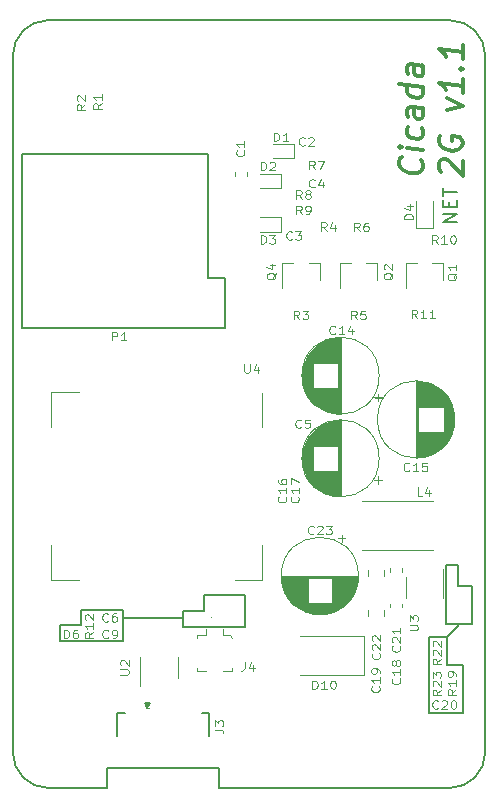
<source format=gto>
G04 #@! TF.GenerationSoftware,KiCad,Pcbnew,(5.1.0-10-g6006703)*
G04 #@! TF.CreationDate,2019-06-03T13:36:41+08:00*
G04 #@! TF.ProjectId,cicada-2g,63696361-6461-42d3-9267-2e6b69636164,0.1*
G04 #@! TF.SameCoordinates,PX7cee6c0PY3dfd240*
G04 #@! TF.FileFunction,Legend,Top*
G04 #@! TF.FilePolarity,Positive*
%FSLAX46Y46*%
G04 Gerber Fmt 4.6, Leading zero omitted, Abs format (unit mm)*
G04 Created by KiCad (PCBNEW (5.1.0-10-g6006703)) date 2019-06-03 13:36:41*
%MOMM*%
%LPD*%
G04 APERTURE LIST*
%ADD10C,0.150000*%
%ADD11C,0.200000*%
%ADD12C,0.350000*%
%ADD13C,0.120000*%
%ADD14C,0.100000*%
G04 APERTURE END LIST*
D10*
X-5600000Y-45600000D02*
X-10700000Y-45600000D01*
X-3800000Y-43700000D02*
X-300000Y-43700000D01*
X-300000Y-43700000D02*
X-300000Y-46400000D01*
X-3800000Y-45000000D02*
X-3800000Y-43700000D01*
X-5600000Y-45000000D02*
X-3800000Y-45000000D01*
X-5600000Y-46400000D02*
X-5600000Y-45000000D01*
X-300000Y-46400000D02*
X-5600000Y-46400000D01*
X-14200000Y-46200000D02*
X-14200000Y-44900000D01*
X-16000000Y-46200000D02*
X-14200000Y-46200000D01*
X-16000000Y-47600000D02*
X-16000000Y-46200000D01*
X-10700000Y-47600000D02*
X-16000000Y-47600000D01*
X-10700000Y-44900000D02*
X-10700000Y-47600000D01*
X-14200000Y-44900000D02*
X-10700000Y-44900000D01*
X16650000Y-41100000D02*
X16650000Y-46125000D01*
X18850000Y-46125000D02*
X16650000Y-46125000D01*
X18850000Y-42875000D02*
X18850000Y-46125000D01*
X17725000Y-42875000D02*
X18850000Y-42875000D01*
X17725000Y-41100000D02*
X17725000Y-42875000D01*
X16650000Y-41100000D02*
X17725000Y-41100000D01*
X16750000Y-47225000D02*
X17750000Y-46225000D01*
X16750000Y-47225000D02*
X15225000Y-47225000D01*
X16750000Y-49600000D02*
X16750000Y-47225000D01*
X18125000Y-49600000D02*
X16750000Y-49600000D01*
X18125000Y-49850000D02*
X18125000Y-49600000D01*
X18125000Y-53675000D02*
X18125000Y-49850000D01*
X15225000Y-53675000D02*
X18125000Y-53675000D01*
X15225000Y-47225000D02*
X15225000Y-53675000D01*
D11*
X17592857Y-12092857D02*
X16392857Y-12092857D01*
X17592857Y-11407142D01*
X16392857Y-11407142D01*
X16964285Y-10835714D02*
X16964285Y-10435714D01*
X17592857Y-10264285D02*
X17592857Y-10835714D01*
X16392857Y-10835714D01*
X16392857Y-10264285D01*
X16392857Y-9921428D02*
X16392857Y-9235714D01*
X17592857Y-9578571D02*
X16392857Y-9578571D01*
D10*
X-2500000Y-60000000D02*
X17000000Y-60000000D01*
X-2500000Y-58300000D02*
X-2500000Y-60000000D01*
X-12000000Y-58300000D02*
X-2500000Y-58300000D01*
X-12000000Y-60000000D02*
X-12000000Y-58300000D01*
D12*
X14539285Y-6817738D02*
X14634523Y-6924880D01*
X14729761Y-7222500D01*
X14729761Y-7412976D01*
X14634523Y-7686785D01*
X14444047Y-7853452D01*
X14253571Y-7924880D01*
X13872619Y-7972500D01*
X13586904Y-7936785D01*
X13205952Y-7793928D01*
X13015476Y-7674880D01*
X12825000Y-7460595D01*
X12729761Y-7162976D01*
X12729761Y-6972500D01*
X12825000Y-6698690D01*
X12920238Y-6615357D01*
X14729761Y-5984404D02*
X13396428Y-5817738D01*
X12729761Y-5734404D02*
X12825000Y-5841547D01*
X12920238Y-5758214D01*
X12825000Y-5651071D01*
X12729761Y-5734404D01*
X12920238Y-5758214D01*
X14634523Y-4162976D02*
X14729761Y-4365357D01*
X14729761Y-4746309D01*
X14634523Y-4924880D01*
X14539285Y-5008214D01*
X14348809Y-5079642D01*
X13777380Y-5008214D01*
X13586904Y-4889166D01*
X13491666Y-4782023D01*
X13396428Y-4579642D01*
X13396428Y-4198690D01*
X13491666Y-4020119D01*
X14729761Y-2460595D02*
X13682142Y-2329642D01*
X13491666Y-2401071D01*
X13396428Y-2579642D01*
X13396428Y-2960595D01*
X13491666Y-3162976D01*
X14634523Y-2448690D02*
X14729761Y-2651071D01*
X14729761Y-3127261D01*
X14634523Y-3305833D01*
X14444047Y-3377261D01*
X14253571Y-3353452D01*
X14063095Y-3234404D01*
X13967857Y-3032023D01*
X13967857Y-2555833D01*
X13872619Y-2353452D01*
X14729761Y-651071D02*
X12729761Y-401071D01*
X14634523Y-639166D02*
X14729761Y-841547D01*
X14729761Y-1222500D01*
X14634523Y-1401071D01*
X14539285Y-1484404D01*
X14348809Y-1555833D01*
X13777380Y-1484404D01*
X13586904Y-1365357D01*
X13491666Y-1258214D01*
X13396428Y-1055833D01*
X13396428Y-674880D01*
X13491666Y-496309D01*
X14729761Y1158453D02*
X13682142Y1289405D01*
X13491666Y1217977D01*
X13396428Y1039405D01*
X13396428Y658453D01*
X13491666Y456072D01*
X14634523Y1170358D02*
X14729761Y967977D01*
X14729761Y491786D01*
X14634523Y313215D01*
X14444047Y241786D01*
X14253571Y265596D01*
X14063095Y384643D01*
X13967857Y587024D01*
X13967857Y1063215D01*
X13872619Y1265596D01*
X16270238Y-7853452D02*
X16175000Y-7746309D01*
X16079761Y-7543928D01*
X16079761Y-7067738D01*
X16175000Y-6889166D01*
X16270238Y-6805833D01*
X16460714Y-6734404D01*
X16651190Y-6758214D01*
X16936904Y-6889166D01*
X18079761Y-8174880D01*
X18079761Y-6936785D01*
X16175000Y-4793928D02*
X16079761Y-4972500D01*
X16079761Y-5258214D01*
X16175000Y-5555833D01*
X16365476Y-5770119D01*
X16555952Y-5889166D01*
X16936904Y-6032023D01*
X17222619Y-6067738D01*
X17603571Y-6020119D01*
X17794047Y-5948690D01*
X17984523Y-5782023D01*
X18079761Y-5508214D01*
X18079761Y-5317738D01*
X17984523Y-5020119D01*
X17889285Y-4912976D01*
X17222619Y-4829642D01*
X17222619Y-5210595D01*
X16746428Y-2579642D02*
X18079761Y-2270119D01*
X16746428Y-1627261D01*
X18079761Y15596D02*
X18079761Y-1127261D01*
X18079761Y-555833D02*
X16079761Y-305833D01*
X16365476Y-532023D01*
X16555952Y-746309D01*
X16651190Y-948690D01*
X17889285Y896548D02*
X17984523Y979881D01*
X18079761Y872739D01*
X17984523Y789405D01*
X17889285Y896548D01*
X18079761Y872739D01*
X18079761Y2872739D02*
X18079761Y1729881D01*
X18079761Y2301310D02*
X16079761Y2551310D01*
X16365476Y2325120D01*
X16555952Y2110834D01*
X16651190Y1908453D01*
D10*
X-17000000Y-60000000D02*
G75*
G02X-20000000Y-57000000I0J3000000D01*
G01*
X20000000Y-57000000D02*
G75*
G02X17000000Y-60000000I-3000000J0D01*
G01*
X17000000Y5000000D02*
G75*
G02X20000000Y2000000I0J-3000000D01*
G01*
X-20000000Y2000000D02*
G75*
G02X-17000000Y5000000I3000000J0D01*
G01*
X-20000000Y-57000000D02*
X-20000000Y2000000D01*
X-12000000Y-60000000D02*
X-17000000Y-60000000D01*
X20000000Y2000000D02*
X20000000Y-57000000D01*
X-17000000Y5000000D02*
X17000000Y5000000D01*
D13*
X5980000Y-15540000D02*
X5980000Y-17000000D01*
X2820000Y-15540000D02*
X2820000Y-17700000D01*
X2820000Y-15540000D02*
X3750000Y-15540000D01*
X5980000Y-15540000D02*
X5050000Y-15540000D01*
X10880000Y-15540000D02*
X10880000Y-17000000D01*
X7720000Y-15540000D02*
X7720000Y-17700000D01*
X7720000Y-15540000D02*
X8650000Y-15540000D01*
X10880000Y-15540000D02*
X9950000Y-15540000D01*
X1085000Y-26575000D02*
X1085000Y-29425000D01*
X1085000Y-42385000D02*
X-1225000Y-42385000D01*
X1085000Y-42385000D02*
X1085000Y-39425000D01*
X-16735000Y-26465000D02*
X-14425000Y-26465000D01*
X-16735000Y-42385000D02*
X-16735000Y-39425000D01*
X-16735000Y-42385000D02*
X-14425000Y-42385000D01*
X-16735000Y-26465000D02*
X-16735000Y-29425000D01*
X-1400000Y-50070000D02*
X-2200000Y-50070000D01*
X-1400000Y-49870000D02*
X-1400000Y-50070000D01*
X-4400000Y-50070000D02*
X-4400000Y-49870000D01*
X-3600000Y-50070000D02*
X-4400000Y-50070000D01*
X-4400000Y-47070000D02*
X-3600000Y-47070000D01*
X-4400000Y-47270000D02*
X-4400000Y-47070000D01*
X-1600000Y-47070000D02*
X-1400000Y-47270000D01*
X-2200000Y-47070000D02*
X-1600000Y-47070000D01*
X-2200000Y-47070000D02*
X-2200000Y-46570000D01*
X-3600000Y-47070000D02*
X-3600000Y-46570000D01*
X9750000Y-50450000D02*
X4350000Y-50450000D01*
X9750000Y-47150000D02*
X4350000Y-47150000D01*
X9750000Y-50450000D02*
X9750000Y-47150000D01*
D10*
X-11200000Y-53700000D02*
X-10500000Y-53700000D01*
X-11200000Y-53700000D02*
X-11200000Y-55600000D01*
X-4000000Y-53700000D02*
X-3400000Y-53700000D01*
X-3400000Y-53700000D02*
X-3400000Y-55600000D01*
X-8800000Y-52800000D02*
X-8600000Y-53200000D01*
X-8600000Y-53200000D02*
X-8400000Y-52800000D01*
X-8400000Y-52800000D02*
X-8800000Y-52800000D01*
D13*
X16407250Y-43923971D02*
X16407250Y-41493971D01*
X13337250Y-42163971D02*
X13337250Y-43923971D01*
X-9210000Y-48900000D02*
X-9210000Y-51350000D01*
X-5990000Y-50700000D02*
X-5990000Y-48900000D01*
X16423274Y-15552199D02*
X16423274Y-17012199D01*
X13263274Y-15552199D02*
X13263274Y-17712199D01*
X13263274Y-15552199D02*
X14193274Y-15552199D01*
X16423274Y-15552199D02*
X15493274Y-15552199D01*
D10*
X-3500000Y-16850000D02*
X-3500000Y-6350000D01*
X-2000000Y-16850000D02*
X-3500000Y-16850000D01*
X-2000000Y-21100000D02*
X-2000000Y-16850000D01*
X-19250000Y-21100000D02*
X-2000000Y-21100000D01*
X-19250000Y-6350000D02*
X-19250000Y-21100000D01*
X-3500000Y-6350000D02*
X-19250000Y-6350000D01*
D13*
X15550000Y-35675000D02*
X9550000Y-35675000D01*
X15550000Y-39875000D02*
X9550000Y-39875000D01*
D14*
X-3160000Y-45600000D02*
G75*
G03X-3160000Y-45600000I-50000J0D01*
G01*
D13*
X15576091Y-12582071D02*
X15576091Y-10297071D01*
X14106091Y-12582071D02*
X15576091Y-12582071D01*
X14106091Y-10297071D02*
X14106091Y-12582071D01*
X900000Y-11700000D02*
X2750000Y-11700000D01*
X900000Y-12900000D02*
X2750000Y-12900000D01*
X2750000Y-12900000D02*
X2750000Y-11700000D01*
X900000Y-8000000D02*
X2750000Y-8000000D01*
X900000Y-9200000D02*
X2750000Y-9200000D01*
X2750000Y-9200000D02*
X2750000Y-8000000D01*
X2000000Y-5500000D02*
X3850000Y-5500000D01*
X2000000Y-6700000D02*
X3850000Y-6700000D01*
X3850000Y-6700000D02*
X3850000Y-5500000D01*
X8154000Y-38864759D02*
X7524000Y-38864759D01*
X7839000Y-38549759D02*
X7839000Y-39179759D01*
X6402000Y-45291000D02*
X5598000Y-45291000D01*
X6633000Y-45251000D02*
X5367000Y-45251000D01*
X6802000Y-45211000D02*
X5198000Y-45211000D01*
X6940000Y-45171000D02*
X5060000Y-45171000D01*
X7059000Y-45131000D02*
X4941000Y-45131000D01*
X7165000Y-45091000D02*
X4835000Y-45091000D01*
X7262000Y-45051000D02*
X4738000Y-45051000D01*
X7350000Y-45011000D02*
X4650000Y-45011000D01*
X7432000Y-44971000D02*
X4568000Y-44971000D01*
X7509000Y-44931000D02*
X4491000Y-44931000D01*
X7581000Y-44891000D02*
X4419000Y-44891000D01*
X7650000Y-44851000D02*
X4350000Y-44851000D01*
X7714000Y-44811000D02*
X4286000Y-44811000D01*
X7776000Y-44771000D02*
X4224000Y-44771000D01*
X7834000Y-44731000D02*
X4166000Y-44731000D01*
X7890000Y-44691000D02*
X4110000Y-44691000D01*
X7944000Y-44651000D02*
X4056000Y-44651000D01*
X7995000Y-44611000D02*
X4005000Y-44611000D01*
X8044000Y-44571000D02*
X3956000Y-44571000D01*
X8092000Y-44531000D02*
X3908000Y-44531000D01*
X8137000Y-44491000D02*
X3863000Y-44491000D01*
X8182000Y-44451000D02*
X3818000Y-44451000D01*
X8224000Y-44411000D02*
X3776000Y-44411000D01*
X8265000Y-44371000D02*
X3735000Y-44371000D01*
X4960000Y-44331000D02*
X3695000Y-44331000D01*
X8305000Y-44331000D02*
X7040000Y-44331000D01*
X4960000Y-44291000D02*
X3657000Y-44291000D01*
X8343000Y-44291000D02*
X7040000Y-44291000D01*
X4960000Y-44251000D02*
X3620000Y-44251000D01*
X8380000Y-44251000D02*
X7040000Y-44251000D01*
X4960000Y-44211000D02*
X3584000Y-44211000D01*
X8416000Y-44211000D02*
X7040000Y-44211000D01*
X4960000Y-44171000D02*
X3550000Y-44171000D01*
X8450000Y-44171000D02*
X7040000Y-44171000D01*
X4960000Y-44131000D02*
X3516000Y-44131000D01*
X8484000Y-44131000D02*
X7040000Y-44131000D01*
X4960000Y-44091000D02*
X3484000Y-44091000D01*
X8516000Y-44091000D02*
X7040000Y-44091000D01*
X4960000Y-44051000D02*
X3452000Y-44051000D01*
X8548000Y-44051000D02*
X7040000Y-44051000D01*
X4960000Y-44011000D02*
X3422000Y-44011000D01*
X8578000Y-44011000D02*
X7040000Y-44011000D01*
X4960000Y-43971000D02*
X3393000Y-43971000D01*
X8607000Y-43971000D02*
X7040000Y-43971000D01*
X4960000Y-43931000D02*
X3364000Y-43931000D01*
X8636000Y-43931000D02*
X7040000Y-43931000D01*
X4960000Y-43891000D02*
X3336000Y-43891000D01*
X8664000Y-43891000D02*
X7040000Y-43891000D01*
X4960000Y-43851000D02*
X3310000Y-43851000D01*
X8690000Y-43851000D02*
X7040000Y-43851000D01*
X4960000Y-43811000D02*
X3284000Y-43811000D01*
X8716000Y-43811000D02*
X7040000Y-43811000D01*
X4960000Y-43771000D02*
X3258000Y-43771000D01*
X8742000Y-43771000D02*
X7040000Y-43771000D01*
X4960000Y-43731000D02*
X3234000Y-43731000D01*
X8766000Y-43731000D02*
X7040000Y-43731000D01*
X4960000Y-43691000D02*
X3210000Y-43691000D01*
X8790000Y-43691000D02*
X7040000Y-43691000D01*
X4960000Y-43651000D02*
X3188000Y-43651000D01*
X8812000Y-43651000D02*
X7040000Y-43651000D01*
X4960000Y-43611000D02*
X3166000Y-43611000D01*
X8834000Y-43611000D02*
X7040000Y-43611000D01*
X4960000Y-43571000D02*
X3144000Y-43571000D01*
X8856000Y-43571000D02*
X7040000Y-43571000D01*
X4960000Y-43531000D02*
X3124000Y-43531000D01*
X8876000Y-43531000D02*
X7040000Y-43531000D01*
X4960000Y-43491000D02*
X3104000Y-43491000D01*
X8896000Y-43491000D02*
X7040000Y-43491000D01*
X4960000Y-43451000D02*
X3084000Y-43451000D01*
X8916000Y-43451000D02*
X7040000Y-43451000D01*
X4960000Y-43411000D02*
X3066000Y-43411000D01*
X8934000Y-43411000D02*
X7040000Y-43411000D01*
X4960000Y-43371000D02*
X3048000Y-43371000D01*
X8952000Y-43371000D02*
X7040000Y-43371000D01*
X4960000Y-43331000D02*
X3030000Y-43331000D01*
X8970000Y-43331000D02*
X7040000Y-43331000D01*
X4960000Y-43291000D02*
X3014000Y-43291000D01*
X8986000Y-43291000D02*
X7040000Y-43291000D01*
X4960000Y-43251000D02*
X2998000Y-43251000D01*
X9002000Y-43251000D02*
X7040000Y-43251000D01*
X4960000Y-43211000D02*
X2982000Y-43211000D01*
X9018000Y-43211000D02*
X7040000Y-43211000D01*
X4960000Y-43171000D02*
X2967000Y-43171000D01*
X9033000Y-43171000D02*
X7040000Y-43171000D01*
X4960000Y-43131000D02*
X2953000Y-43131000D01*
X9047000Y-43131000D02*
X7040000Y-43131000D01*
X4960000Y-43091000D02*
X2939000Y-43091000D01*
X9061000Y-43091000D02*
X7040000Y-43091000D01*
X4960000Y-43051000D02*
X2926000Y-43051000D01*
X9074000Y-43051000D02*
X7040000Y-43051000D01*
X4960000Y-43011000D02*
X2914000Y-43011000D01*
X9086000Y-43011000D02*
X7040000Y-43011000D01*
X4960000Y-42971000D02*
X2902000Y-42971000D01*
X9098000Y-42971000D02*
X7040000Y-42971000D01*
X4960000Y-42931000D02*
X2890000Y-42931000D01*
X9110000Y-42931000D02*
X7040000Y-42931000D01*
X4960000Y-42891000D02*
X2879000Y-42891000D01*
X9121000Y-42891000D02*
X7040000Y-42891000D01*
X4960000Y-42851000D02*
X2869000Y-42851000D01*
X9131000Y-42851000D02*
X7040000Y-42851000D01*
X4960000Y-42811000D02*
X2859000Y-42811000D01*
X9141000Y-42811000D02*
X7040000Y-42811000D01*
X4960000Y-42771000D02*
X2850000Y-42771000D01*
X9150000Y-42771000D02*
X7040000Y-42771000D01*
X4960000Y-42730000D02*
X2841000Y-42730000D01*
X9159000Y-42730000D02*
X7040000Y-42730000D01*
X4960000Y-42690000D02*
X2833000Y-42690000D01*
X9167000Y-42690000D02*
X7040000Y-42690000D01*
X4960000Y-42650000D02*
X2825000Y-42650000D01*
X9175000Y-42650000D02*
X7040000Y-42650000D01*
X4960000Y-42610000D02*
X2818000Y-42610000D01*
X9182000Y-42610000D02*
X7040000Y-42610000D01*
X4960000Y-42570000D02*
X2811000Y-42570000D01*
X9189000Y-42570000D02*
X7040000Y-42570000D01*
X4960000Y-42530000D02*
X2805000Y-42530000D01*
X9195000Y-42530000D02*
X7040000Y-42530000D01*
X4960000Y-42490000D02*
X2799000Y-42490000D01*
X9201000Y-42490000D02*
X7040000Y-42490000D01*
X4960000Y-42450000D02*
X2794000Y-42450000D01*
X9206000Y-42450000D02*
X7040000Y-42450000D01*
X4960000Y-42410000D02*
X2789000Y-42410000D01*
X9211000Y-42410000D02*
X7040000Y-42410000D01*
X4960000Y-42370000D02*
X2785000Y-42370000D01*
X9215000Y-42370000D02*
X7040000Y-42370000D01*
X4960000Y-42330000D02*
X2782000Y-42330000D01*
X9218000Y-42330000D02*
X7040000Y-42330000D01*
X4960000Y-42290000D02*
X2778000Y-42290000D01*
X9222000Y-42290000D02*
X7040000Y-42290000D01*
X9224000Y-42250000D02*
X2776000Y-42250000D01*
X9227000Y-42210000D02*
X2773000Y-42210000D01*
X9228000Y-42170000D02*
X2772000Y-42170000D01*
X9230000Y-42130000D02*
X2770000Y-42130000D01*
X9230000Y-42090000D02*
X2770000Y-42090000D01*
X9230000Y-42050000D02*
X2770000Y-42050000D01*
X9270000Y-42050000D02*
G75*
G03X9270000Y-42050000I-3270000J0D01*
G01*
X11460000Y-42033578D02*
X11460000Y-41516422D01*
X10040000Y-42033578D02*
X10040000Y-41516422D01*
X11940000Y-41412221D02*
X11940000Y-41737779D01*
X12960000Y-41412221D02*
X12960000Y-41737779D01*
X10040000Y-44916422D02*
X10040000Y-45433578D01*
X11460000Y-44916422D02*
X11460000Y-45433578D01*
X12960000Y-44725279D02*
X12960000Y-44399721D01*
X11940000Y-44725279D02*
X11940000Y-44399721D01*
X10964759Y-26646000D02*
X10964759Y-27276000D01*
X10649759Y-26961000D02*
X11279759Y-26961000D01*
X17391000Y-28398000D02*
X17391000Y-29202000D01*
X17351000Y-28167000D02*
X17351000Y-29433000D01*
X17311000Y-27998000D02*
X17311000Y-29602000D01*
X17271000Y-27860000D02*
X17271000Y-29740000D01*
X17231000Y-27741000D02*
X17231000Y-29859000D01*
X17191000Y-27635000D02*
X17191000Y-29965000D01*
X17151000Y-27538000D02*
X17151000Y-30062000D01*
X17111000Y-27450000D02*
X17111000Y-30150000D01*
X17071000Y-27368000D02*
X17071000Y-30232000D01*
X17031000Y-27291000D02*
X17031000Y-30309000D01*
X16991000Y-27219000D02*
X16991000Y-30381000D01*
X16951000Y-27150000D02*
X16951000Y-30450000D01*
X16911000Y-27086000D02*
X16911000Y-30514000D01*
X16871000Y-27024000D02*
X16871000Y-30576000D01*
X16831000Y-26966000D02*
X16831000Y-30634000D01*
X16791000Y-26910000D02*
X16791000Y-30690000D01*
X16751000Y-26856000D02*
X16751000Y-30744000D01*
X16711000Y-26805000D02*
X16711000Y-30795000D01*
X16671000Y-26756000D02*
X16671000Y-30844000D01*
X16631000Y-26708000D02*
X16631000Y-30892000D01*
X16591000Y-26663000D02*
X16591000Y-30937000D01*
X16551000Y-26618000D02*
X16551000Y-30982000D01*
X16511000Y-26576000D02*
X16511000Y-31024000D01*
X16471000Y-26535000D02*
X16471000Y-31065000D01*
X16431000Y-29840000D02*
X16431000Y-31105000D01*
X16431000Y-26495000D02*
X16431000Y-27760000D01*
X16391000Y-29840000D02*
X16391000Y-31143000D01*
X16391000Y-26457000D02*
X16391000Y-27760000D01*
X16351000Y-29840000D02*
X16351000Y-31180000D01*
X16351000Y-26420000D02*
X16351000Y-27760000D01*
X16311000Y-29840000D02*
X16311000Y-31216000D01*
X16311000Y-26384000D02*
X16311000Y-27760000D01*
X16271000Y-29840000D02*
X16271000Y-31250000D01*
X16271000Y-26350000D02*
X16271000Y-27760000D01*
X16231000Y-29840000D02*
X16231000Y-31284000D01*
X16231000Y-26316000D02*
X16231000Y-27760000D01*
X16191000Y-29840000D02*
X16191000Y-31316000D01*
X16191000Y-26284000D02*
X16191000Y-27760000D01*
X16151000Y-29840000D02*
X16151000Y-31348000D01*
X16151000Y-26252000D02*
X16151000Y-27760000D01*
X16111000Y-29840000D02*
X16111000Y-31378000D01*
X16111000Y-26222000D02*
X16111000Y-27760000D01*
X16071000Y-29840000D02*
X16071000Y-31407000D01*
X16071000Y-26193000D02*
X16071000Y-27760000D01*
X16031000Y-29840000D02*
X16031000Y-31436000D01*
X16031000Y-26164000D02*
X16031000Y-27760000D01*
X15991000Y-29840000D02*
X15991000Y-31464000D01*
X15991000Y-26136000D02*
X15991000Y-27760000D01*
X15951000Y-29840000D02*
X15951000Y-31490000D01*
X15951000Y-26110000D02*
X15951000Y-27760000D01*
X15911000Y-29840000D02*
X15911000Y-31516000D01*
X15911000Y-26084000D02*
X15911000Y-27760000D01*
X15871000Y-29840000D02*
X15871000Y-31542000D01*
X15871000Y-26058000D02*
X15871000Y-27760000D01*
X15831000Y-29840000D02*
X15831000Y-31566000D01*
X15831000Y-26034000D02*
X15831000Y-27760000D01*
X15791000Y-29840000D02*
X15791000Y-31590000D01*
X15791000Y-26010000D02*
X15791000Y-27760000D01*
X15751000Y-29840000D02*
X15751000Y-31612000D01*
X15751000Y-25988000D02*
X15751000Y-27760000D01*
X15711000Y-29840000D02*
X15711000Y-31634000D01*
X15711000Y-25966000D02*
X15711000Y-27760000D01*
X15671000Y-29840000D02*
X15671000Y-31656000D01*
X15671000Y-25944000D02*
X15671000Y-27760000D01*
X15631000Y-29840000D02*
X15631000Y-31676000D01*
X15631000Y-25924000D02*
X15631000Y-27760000D01*
X15591000Y-29840000D02*
X15591000Y-31696000D01*
X15591000Y-25904000D02*
X15591000Y-27760000D01*
X15551000Y-29840000D02*
X15551000Y-31716000D01*
X15551000Y-25884000D02*
X15551000Y-27760000D01*
X15511000Y-29840000D02*
X15511000Y-31734000D01*
X15511000Y-25866000D02*
X15511000Y-27760000D01*
X15471000Y-29840000D02*
X15471000Y-31752000D01*
X15471000Y-25848000D02*
X15471000Y-27760000D01*
X15431000Y-29840000D02*
X15431000Y-31770000D01*
X15431000Y-25830000D02*
X15431000Y-27760000D01*
X15391000Y-29840000D02*
X15391000Y-31786000D01*
X15391000Y-25814000D02*
X15391000Y-27760000D01*
X15351000Y-29840000D02*
X15351000Y-31802000D01*
X15351000Y-25798000D02*
X15351000Y-27760000D01*
X15311000Y-29840000D02*
X15311000Y-31818000D01*
X15311000Y-25782000D02*
X15311000Y-27760000D01*
X15271000Y-29840000D02*
X15271000Y-31833000D01*
X15271000Y-25767000D02*
X15271000Y-27760000D01*
X15231000Y-29840000D02*
X15231000Y-31847000D01*
X15231000Y-25753000D02*
X15231000Y-27760000D01*
X15191000Y-29840000D02*
X15191000Y-31861000D01*
X15191000Y-25739000D02*
X15191000Y-27760000D01*
X15151000Y-29840000D02*
X15151000Y-31874000D01*
X15151000Y-25726000D02*
X15151000Y-27760000D01*
X15111000Y-29840000D02*
X15111000Y-31886000D01*
X15111000Y-25714000D02*
X15111000Y-27760000D01*
X15071000Y-29840000D02*
X15071000Y-31898000D01*
X15071000Y-25702000D02*
X15071000Y-27760000D01*
X15031000Y-29840000D02*
X15031000Y-31910000D01*
X15031000Y-25690000D02*
X15031000Y-27760000D01*
X14991000Y-29840000D02*
X14991000Y-31921000D01*
X14991000Y-25679000D02*
X14991000Y-27760000D01*
X14951000Y-29840000D02*
X14951000Y-31931000D01*
X14951000Y-25669000D02*
X14951000Y-27760000D01*
X14911000Y-29840000D02*
X14911000Y-31941000D01*
X14911000Y-25659000D02*
X14911000Y-27760000D01*
X14871000Y-29840000D02*
X14871000Y-31950000D01*
X14871000Y-25650000D02*
X14871000Y-27760000D01*
X14830000Y-29840000D02*
X14830000Y-31959000D01*
X14830000Y-25641000D02*
X14830000Y-27760000D01*
X14790000Y-29840000D02*
X14790000Y-31967000D01*
X14790000Y-25633000D02*
X14790000Y-27760000D01*
X14750000Y-29840000D02*
X14750000Y-31975000D01*
X14750000Y-25625000D02*
X14750000Y-27760000D01*
X14710000Y-29840000D02*
X14710000Y-31982000D01*
X14710000Y-25618000D02*
X14710000Y-27760000D01*
X14670000Y-29840000D02*
X14670000Y-31989000D01*
X14670000Y-25611000D02*
X14670000Y-27760000D01*
X14630000Y-29840000D02*
X14630000Y-31995000D01*
X14630000Y-25605000D02*
X14630000Y-27760000D01*
X14590000Y-29840000D02*
X14590000Y-32001000D01*
X14590000Y-25599000D02*
X14590000Y-27760000D01*
X14550000Y-29840000D02*
X14550000Y-32006000D01*
X14550000Y-25594000D02*
X14550000Y-27760000D01*
X14510000Y-29840000D02*
X14510000Y-32011000D01*
X14510000Y-25589000D02*
X14510000Y-27760000D01*
X14470000Y-29840000D02*
X14470000Y-32015000D01*
X14470000Y-25585000D02*
X14470000Y-27760000D01*
X14430000Y-29840000D02*
X14430000Y-32018000D01*
X14430000Y-25582000D02*
X14430000Y-27760000D01*
X14390000Y-29840000D02*
X14390000Y-32022000D01*
X14390000Y-25578000D02*
X14390000Y-27760000D01*
X14350000Y-25576000D02*
X14350000Y-32024000D01*
X14310000Y-25573000D02*
X14310000Y-32027000D01*
X14270000Y-25572000D02*
X14270000Y-32028000D01*
X14230000Y-25570000D02*
X14230000Y-32030000D01*
X14190000Y-25570000D02*
X14190000Y-32030000D01*
X14150000Y-25570000D02*
X14150000Y-32030000D01*
X17420000Y-28800000D02*
G75*
G03X17420000Y-28800000I-3270000J0D01*
G01*
X10935241Y-27254000D02*
X10935241Y-26624000D01*
X11250241Y-26939000D02*
X10620241Y-26939000D01*
X4509000Y-25502000D02*
X4509000Y-24698000D01*
X4549000Y-25733000D02*
X4549000Y-24467000D01*
X4589000Y-25902000D02*
X4589000Y-24298000D01*
X4629000Y-26040000D02*
X4629000Y-24160000D01*
X4669000Y-26159000D02*
X4669000Y-24041000D01*
X4709000Y-26265000D02*
X4709000Y-23935000D01*
X4749000Y-26362000D02*
X4749000Y-23838000D01*
X4789000Y-26450000D02*
X4789000Y-23750000D01*
X4829000Y-26532000D02*
X4829000Y-23668000D01*
X4869000Y-26609000D02*
X4869000Y-23591000D01*
X4909000Y-26681000D02*
X4909000Y-23519000D01*
X4949000Y-26750000D02*
X4949000Y-23450000D01*
X4989000Y-26814000D02*
X4989000Y-23386000D01*
X5029000Y-26876000D02*
X5029000Y-23324000D01*
X5069000Y-26934000D02*
X5069000Y-23266000D01*
X5109000Y-26990000D02*
X5109000Y-23210000D01*
X5149000Y-27044000D02*
X5149000Y-23156000D01*
X5189000Y-27095000D02*
X5189000Y-23105000D01*
X5229000Y-27144000D02*
X5229000Y-23056000D01*
X5269000Y-27192000D02*
X5269000Y-23008000D01*
X5309000Y-27237000D02*
X5309000Y-22963000D01*
X5349000Y-27282000D02*
X5349000Y-22918000D01*
X5389000Y-27324000D02*
X5389000Y-22876000D01*
X5429000Y-27365000D02*
X5429000Y-22835000D01*
X5469000Y-24060000D02*
X5469000Y-22795000D01*
X5469000Y-27405000D02*
X5469000Y-26140000D01*
X5509000Y-24060000D02*
X5509000Y-22757000D01*
X5509000Y-27443000D02*
X5509000Y-26140000D01*
X5549000Y-24060000D02*
X5549000Y-22720000D01*
X5549000Y-27480000D02*
X5549000Y-26140000D01*
X5589000Y-24060000D02*
X5589000Y-22684000D01*
X5589000Y-27516000D02*
X5589000Y-26140000D01*
X5629000Y-24060000D02*
X5629000Y-22650000D01*
X5629000Y-27550000D02*
X5629000Y-26140000D01*
X5669000Y-24060000D02*
X5669000Y-22616000D01*
X5669000Y-27584000D02*
X5669000Y-26140000D01*
X5709000Y-24060000D02*
X5709000Y-22584000D01*
X5709000Y-27616000D02*
X5709000Y-26140000D01*
X5749000Y-24060000D02*
X5749000Y-22552000D01*
X5749000Y-27648000D02*
X5749000Y-26140000D01*
X5789000Y-24060000D02*
X5789000Y-22522000D01*
X5789000Y-27678000D02*
X5789000Y-26140000D01*
X5829000Y-24060000D02*
X5829000Y-22493000D01*
X5829000Y-27707000D02*
X5829000Y-26140000D01*
X5869000Y-24060000D02*
X5869000Y-22464000D01*
X5869000Y-27736000D02*
X5869000Y-26140000D01*
X5909000Y-24060000D02*
X5909000Y-22436000D01*
X5909000Y-27764000D02*
X5909000Y-26140000D01*
X5949000Y-24060000D02*
X5949000Y-22410000D01*
X5949000Y-27790000D02*
X5949000Y-26140000D01*
X5989000Y-24060000D02*
X5989000Y-22384000D01*
X5989000Y-27816000D02*
X5989000Y-26140000D01*
X6029000Y-24060000D02*
X6029000Y-22358000D01*
X6029000Y-27842000D02*
X6029000Y-26140000D01*
X6069000Y-24060000D02*
X6069000Y-22334000D01*
X6069000Y-27866000D02*
X6069000Y-26140000D01*
X6109000Y-24060000D02*
X6109000Y-22310000D01*
X6109000Y-27890000D02*
X6109000Y-26140000D01*
X6149000Y-24060000D02*
X6149000Y-22288000D01*
X6149000Y-27912000D02*
X6149000Y-26140000D01*
X6189000Y-24060000D02*
X6189000Y-22266000D01*
X6189000Y-27934000D02*
X6189000Y-26140000D01*
X6229000Y-24060000D02*
X6229000Y-22244000D01*
X6229000Y-27956000D02*
X6229000Y-26140000D01*
X6269000Y-24060000D02*
X6269000Y-22224000D01*
X6269000Y-27976000D02*
X6269000Y-26140000D01*
X6309000Y-24060000D02*
X6309000Y-22204000D01*
X6309000Y-27996000D02*
X6309000Y-26140000D01*
X6349000Y-24060000D02*
X6349000Y-22184000D01*
X6349000Y-28016000D02*
X6349000Y-26140000D01*
X6389000Y-24060000D02*
X6389000Y-22166000D01*
X6389000Y-28034000D02*
X6389000Y-26140000D01*
X6429000Y-24060000D02*
X6429000Y-22148000D01*
X6429000Y-28052000D02*
X6429000Y-26140000D01*
X6469000Y-24060000D02*
X6469000Y-22130000D01*
X6469000Y-28070000D02*
X6469000Y-26140000D01*
X6509000Y-24060000D02*
X6509000Y-22114000D01*
X6509000Y-28086000D02*
X6509000Y-26140000D01*
X6549000Y-24060000D02*
X6549000Y-22098000D01*
X6549000Y-28102000D02*
X6549000Y-26140000D01*
X6589000Y-24060000D02*
X6589000Y-22082000D01*
X6589000Y-28118000D02*
X6589000Y-26140000D01*
X6629000Y-24060000D02*
X6629000Y-22067000D01*
X6629000Y-28133000D02*
X6629000Y-26140000D01*
X6669000Y-24060000D02*
X6669000Y-22053000D01*
X6669000Y-28147000D02*
X6669000Y-26140000D01*
X6709000Y-24060000D02*
X6709000Y-22039000D01*
X6709000Y-28161000D02*
X6709000Y-26140000D01*
X6749000Y-24060000D02*
X6749000Y-22026000D01*
X6749000Y-28174000D02*
X6749000Y-26140000D01*
X6789000Y-24060000D02*
X6789000Y-22014000D01*
X6789000Y-28186000D02*
X6789000Y-26140000D01*
X6829000Y-24060000D02*
X6829000Y-22002000D01*
X6829000Y-28198000D02*
X6829000Y-26140000D01*
X6869000Y-24060000D02*
X6869000Y-21990000D01*
X6869000Y-28210000D02*
X6869000Y-26140000D01*
X6909000Y-24060000D02*
X6909000Y-21979000D01*
X6909000Y-28221000D02*
X6909000Y-26140000D01*
X6949000Y-24060000D02*
X6949000Y-21969000D01*
X6949000Y-28231000D02*
X6949000Y-26140000D01*
X6989000Y-24060000D02*
X6989000Y-21959000D01*
X6989000Y-28241000D02*
X6989000Y-26140000D01*
X7029000Y-24060000D02*
X7029000Y-21950000D01*
X7029000Y-28250000D02*
X7029000Y-26140000D01*
X7070000Y-24060000D02*
X7070000Y-21941000D01*
X7070000Y-28259000D02*
X7070000Y-26140000D01*
X7110000Y-24060000D02*
X7110000Y-21933000D01*
X7110000Y-28267000D02*
X7110000Y-26140000D01*
X7150000Y-24060000D02*
X7150000Y-21925000D01*
X7150000Y-28275000D02*
X7150000Y-26140000D01*
X7190000Y-24060000D02*
X7190000Y-21918000D01*
X7190000Y-28282000D02*
X7190000Y-26140000D01*
X7230000Y-24060000D02*
X7230000Y-21911000D01*
X7230000Y-28289000D02*
X7230000Y-26140000D01*
X7270000Y-24060000D02*
X7270000Y-21905000D01*
X7270000Y-28295000D02*
X7270000Y-26140000D01*
X7310000Y-24060000D02*
X7310000Y-21899000D01*
X7310000Y-28301000D02*
X7310000Y-26140000D01*
X7350000Y-24060000D02*
X7350000Y-21894000D01*
X7350000Y-28306000D02*
X7350000Y-26140000D01*
X7390000Y-24060000D02*
X7390000Y-21889000D01*
X7390000Y-28311000D02*
X7390000Y-26140000D01*
X7430000Y-24060000D02*
X7430000Y-21885000D01*
X7430000Y-28315000D02*
X7430000Y-26140000D01*
X7470000Y-24060000D02*
X7470000Y-21882000D01*
X7470000Y-28318000D02*
X7470000Y-26140000D01*
X7510000Y-24060000D02*
X7510000Y-21878000D01*
X7510000Y-28322000D02*
X7510000Y-26140000D01*
X7550000Y-28324000D02*
X7550000Y-21876000D01*
X7590000Y-28327000D02*
X7590000Y-21873000D01*
X7630000Y-28328000D02*
X7630000Y-21872000D01*
X7670000Y-28330000D02*
X7670000Y-21870000D01*
X7710000Y-28330000D02*
X7710000Y-21870000D01*
X7750000Y-28330000D02*
X7750000Y-21870000D01*
X11020000Y-25100000D02*
G75*
G03X11020000Y-25100000I-3270000J0D01*
G01*
X10935241Y-34254000D02*
X10935241Y-33624000D01*
X11250241Y-33939000D02*
X10620241Y-33939000D01*
X4509000Y-32502000D02*
X4509000Y-31698000D01*
X4549000Y-32733000D02*
X4549000Y-31467000D01*
X4589000Y-32902000D02*
X4589000Y-31298000D01*
X4629000Y-33040000D02*
X4629000Y-31160000D01*
X4669000Y-33159000D02*
X4669000Y-31041000D01*
X4709000Y-33265000D02*
X4709000Y-30935000D01*
X4749000Y-33362000D02*
X4749000Y-30838000D01*
X4789000Y-33450000D02*
X4789000Y-30750000D01*
X4829000Y-33532000D02*
X4829000Y-30668000D01*
X4869000Y-33609000D02*
X4869000Y-30591000D01*
X4909000Y-33681000D02*
X4909000Y-30519000D01*
X4949000Y-33750000D02*
X4949000Y-30450000D01*
X4989000Y-33814000D02*
X4989000Y-30386000D01*
X5029000Y-33876000D02*
X5029000Y-30324000D01*
X5069000Y-33934000D02*
X5069000Y-30266000D01*
X5109000Y-33990000D02*
X5109000Y-30210000D01*
X5149000Y-34044000D02*
X5149000Y-30156000D01*
X5189000Y-34095000D02*
X5189000Y-30105000D01*
X5229000Y-34144000D02*
X5229000Y-30056000D01*
X5269000Y-34192000D02*
X5269000Y-30008000D01*
X5309000Y-34237000D02*
X5309000Y-29963000D01*
X5349000Y-34282000D02*
X5349000Y-29918000D01*
X5389000Y-34324000D02*
X5389000Y-29876000D01*
X5429000Y-34365000D02*
X5429000Y-29835000D01*
X5469000Y-31060000D02*
X5469000Y-29795000D01*
X5469000Y-34405000D02*
X5469000Y-33140000D01*
X5509000Y-31060000D02*
X5509000Y-29757000D01*
X5509000Y-34443000D02*
X5509000Y-33140000D01*
X5549000Y-31060000D02*
X5549000Y-29720000D01*
X5549000Y-34480000D02*
X5549000Y-33140000D01*
X5589000Y-31060000D02*
X5589000Y-29684000D01*
X5589000Y-34516000D02*
X5589000Y-33140000D01*
X5629000Y-31060000D02*
X5629000Y-29650000D01*
X5629000Y-34550000D02*
X5629000Y-33140000D01*
X5669000Y-31060000D02*
X5669000Y-29616000D01*
X5669000Y-34584000D02*
X5669000Y-33140000D01*
X5709000Y-31060000D02*
X5709000Y-29584000D01*
X5709000Y-34616000D02*
X5709000Y-33140000D01*
X5749000Y-31060000D02*
X5749000Y-29552000D01*
X5749000Y-34648000D02*
X5749000Y-33140000D01*
X5789000Y-31060000D02*
X5789000Y-29522000D01*
X5789000Y-34678000D02*
X5789000Y-33140000D01*
X5829000Y-31060000D02*
X5829000Y-29493000D01*
X5829000Y-34707000D02*
X5829000Y-33140000D01*
X5869000Y-31060000D02*
X5869000Y-29464000D01*
X5869000Y-34736000D02*
X5869000Y-33140000D01*
X5909000Y-31060000D02*
X5909000Y-29436000D01*
X5909000Y-34764000D02*
X5909000Y-33140000D01*
X5949000Y-31060000D02*
X5949000Y-29410000D01*
X5949000Y-34790000D02*
X5949000Y-33140000D01*
X5989000Y-31060000D02*
X5989000Y-29384000D01*
X5989000Y-34816000D02*
X5989000Y-33140000D01*
X6029000Y-31060000D02*
X6029000Y-29358000D01*
X6029000Y-34842000D02*
X6029000Y-33140000D01*
X6069000Y-31060000D02*
X6069000Y-29334000D01*
X6069000Y-34866000D02*
X6069000Y-33140000D01*
X6109000Y-31060000D02*
X6109000Y-29310000D01*
X6109000Y-34890000D02*
X6109000Y-33140000D01*
X6149000Y-31060000D02*
X6149000Y-29288000D01*
X6149000Y-34912000D02*
X6149000Y-33140000D01*
X6189000Y-31060000D02*
X6189000Y-29266000D01*
X6189000Y-34934000D02*
X6189000Y-33140000D01*
X6229000Y-31060000D02*
X6229000Y-29244000D01*
X6229000Y-34956000D02*
X6229000Y-33140000D01*
X6269000Y-31060000D02*
X6269000Y-29224000D01*
X6269000Y-34976000D02*
X6269000Y-33140000D01*
X6309000Y-31060000D02*
X6309000Y-29204000D01*
X6309000Y-34996000D02*
X6309000Y-33140000D01*
X6349000Y-31060000D02*
X6349000Y-29184000D01*
X6349000Y-35016000D02*
X6349000Y-33140000D01*
X6389000Y-31060000D02*
X6389000Y-29166000D01*
X6389000Y-35034000D02*
X6389000Y-33140000D01*
X6429000Y-31060000D02*
X6429000Y-29148000D01*
X6429000Y-35052000D02*
X6429000Y-33140000D01*
X6469000Y-31060000D02*
X6469000Y-29130000D01*
X6469000Y-35070000D02*
X6469000Y-33140000D01*
X6509000Y-31060000D02*
X6509000Y-29114000D01*
X6509000Y-35086000D02*
X6509000Y-33140000D01*
X6549000Y-31060000D02*
X6549000Y-29098000D01*
X6549000Y-35102000D02*
X6549000Y-33140000D01*
X6589000Y-31060000D02*
X6589000Y-29082000D01*
X6589000Y-35118000D02*
X6589000Y-33140000D01*
X6629000Y-31060000D02*
X6629000Y-29067000D01*
X6629000Y-35133000D02*
X6629000Y-33140000D01*
X6669000Y-31060000D02*
X6669000Y-29053000D01*
X6669000Y-35147000D02*
X6669000Y-33140000D01*
X6709000Y-31060000D02*
X6709000Y-29039000D01*
X6709000Y-35161000D02*
X6709000Y-33140000D01*
X6749000Y-31060000D02*
X6749000Y-29026000D01*
X6749000Y-35174000D02*
X6749000Y-33140000D01*
X6789000Y-31060000D02*
X6789000Y-29014000D01*
X6789000Y-35186000D02*
X6789000Y-33140000D01*
X6829000Y-31060000D02*
X6829000Y-29002000D01*
X6829000Y-35198000D02*
X6829000Y-33140000D01*
X6869000Y-31060000D02*
X6869000Y-28990000D01*
X6869000Y-35210000D02*
X6869000Y-33140000D01*
X6909000Y-31060000D02*
X6909000Y-28979000D01*
X6909000Y-35221000D02*
X6909000Y-33140000D01*
X6949000Y-31060000D02*
X6949000Y-28969000D01*
X6949000Y-35231000D02*
X6949000Y-33140000D01*
X6989000Y-31060000D02*
X6989000Y-28959000D01*
X6989000Y-35241000D02*
X6989000Y-33140000D01*
X7029000Y-31060000D02*
X7029000Y-28950000D01*
X7029000Y-35250000D02*
X7029000Y-33140000D01*
X7070000Y-31060000D02*
X7070000Y-28941000D01*
X7070000Y-35259000D02*
X7070000Y-33140000D01*
X7110000Y-31060000D02*
X7110000Y-28933000D01*
X7110000Y-35267000D02*
X7110000Y-33140000D01*
X7150000Y-31060000D02*
X7150000Y-28925000D01*
X7150000Y-35275000D02*
X7150000Y-33140000D01*
X7190000Y-31060000D02*
X7190000Y-28918000D01*
X7190000Y-35282000D02*
X7190000Y-33140000D01*
X7230000Y-31060000D02*
X7230000Y-28911000D01*
X7230000Y-35289000D02*
X7230000Y-33140000D01*
X7270000Y-31060000D02*
X7270000Y-28905000D01*
X7270000Y-35295000D02*
X7270000Y-33140000D01*
X7310000Y-31060000D02*
X7310000Y-28899000D01*
X7310000Y-35301000D02*
X7310000Y-33140000D01*
X7350000Y-31060000D02*
X7350000Y-28894000D01*
X7350000Y-35306000D02*
X7350000Y-33140000D01*
X7390000Y-31060000D02*
X7390000Y-28889000D01*
X7390000Y-35311000D02*
X7390000Y-33140000D01*
X7430000Y-31060000D02*
X7430000Y-28885000D01*
X7430000Y-35315000D02*
X7430000Y-33140000D01*
X7470000Y-31060000D02*
X7470000Y-28882000D01*
X7470000Y-35318000D02*
X7470000Y-33140000D01*
X7510000Y-31060000D02*
X7510000Y-28878000D01*
X7510000Y-35322000D02*
X7510000Y-33140000D01*
X7550000Y-35324000D02*
X7550000Y-28876000D01*
X7590000Y-35327000D02*
X7590000Y-28873000D01*
X7630000Y-35328000D02*
X7630000Y-28872000D01*
X7670000Y-35330000D02*
X7670000Y-28870000D01*
X7710000Y-35330000D02*
X7710000Y-28870000D01*
X7750000Y-35330000D02*
X7750000Y-28870000D01*
X11020000Y-32100000D02*
G75*
G03X11020000Y-32100000I-3270000J0D01*
G01*
X-190000Y-8162779D02*
X-190000Y-7837221D01*
X-1210000Y-8162779D02*
X-1210000Y-7837221D01*
X4150000Y-35339285D02*
X4183333Y-35377380D01*
X4216666Y-35491666D01*
X4216666Y-35567857D01*
X4183333Y-35682142D01*
X4116666Y-35758333D01*
X4050000Y-35796428D01*
X3916666Y-35834523D01*
X3816666Y-35834523D01*
X3683333Y-35796428D01*
X3616666Y-35758333D01*
X3550000Y-35682142D01*
X3516666Y-35567857D01*
X3516666Y-35491666D01*
X3550000Y-35377380D01*
X3583333Y-35339285D01*
X4216666Y-34577380D02*
X4216666Y-35034523D01*
X4216666Y-34805952D02*
X3516666Y-34805952D01*
X3616666Y-34882142D01*
X3683333Y-34958333D01*
X3716666Y-35034523D01*
X3516666Y-34310714D02*
X3516666Y-33777380D01*
X4216666Y-34120238D01*
X3100000Y-35339285D02*
X3133333Y-35377380D01*
X3166666Y-35491666D01*
X3166666Y-35567857D01*
X3133333Y-35682142D01*
X3066666Y-35758333D01*
X3000000Y-35796428D01*
X2866666Y-35834523D01*
X2766666Y-35834523D01*
X2633333Y-35796428D01*
X2566666Y-35758333D01*
X2500000Y-35682142D01*
X2466666Y-35567857D01*
X2466666Y-35491666D01*
X2500000Y-35377380D01*
X2533333Y-35339285D01*
X3166666Y-34577380D02*
X3166666Y-35034523D01*
X3166666Y-34805952D02*
X2466666Y-34805952D01*
X2566666Y-34882142D01*
X2633333Y-34958333D01*
X2666666Y-35034523D01*
X2466666Y-33891666D02*
X2466666Y-34044047D01*
X2500000Y-34120238D01*
X2533333Y-34158333D01*
X2633333Y-34234523D01*
X2766666Y-34272619D01*
X3033333Y-34272619D01*
X3100000Y-34234523D01*
X3133333Y-34196428D01*
X3166666Y-34120238D01*
X3166666Y-33967857D01*
X3133333Y-33891666D01*
X3100000Y-33853571D01*
X3033333Y-33815476D01*
X2866666Y-33815476D01*
X2800000Y-33853571D01*
X2766666Y-33891666D01*
X2733333Y-33967857D01*
X2733333Y-34120238D01*
X2766666Y-34196428D01*
X2800000Y-34234523D01*
X2866666Y-34272619D01*
X-11933334Y-47250000D02*
X-11971429Y-47283333D01*
X-12085715Y-47316666D01*
X-12161905Y-47316666D01*
X-12276191Y-47283333D01*
X-12352381Y-47216666D01*
X-12390477Y-47150000D01*
X-12428572Y-47016666D01*
X-12428572Y-46916666D01*
X-12390477Y-46783333D01*
X-12352381Y-46716666D01*
X-12276191Y-46650000D01*
X-12161905Y-46616666D01*
X-12085715Y-46616666D01*
X-11971429Y-46650000D01*
X-11933334Y-46683333D01*
X-11552381Y-47316666D02*
X-11400000Y-47316666D01*
X-11323810Y-47283333D01*
X-11285715Y-47250000D01*
X-11209524Y-47150000D01*
X-11171429Y-47016666D01*
X-11171429Y-46750000D01*
X-11209524Y-46683333D01*
X-11247620Y-46650000D01*
X-11323810Y-46616666D01*
X-11476191Y-46616666D01*
X-11552381Y-46650000D01*
X-11590477Y-46683333D01*
X-11628572Y-46750000D01*
X-11628572Y-46916666D01*
X-11590477Y-46983333D01*
X-11552381Y-47016666D01*
X-11476191Y-47050000D01*
X-11323810Y-47050000D01*
X-11247620Y-47016666D01*
X-11209524Y-46983333D01*
X-11171429Y-46916666D01*
X-11933334Y-45850000D02*
X-11971429Y-45883333D01*
X-12085715Y-45916666D01*
X-12161905Y-45916666D01*
X-12276191Y-45883333D01*
X-12352381Y-45816666D01*
X-12390477Y-45750000D01*
X-12428572Y-45616666D01*
X-12428572Y-45516666D01*
X-12390477Y-45383333D01*
X-12352381Y-45316666D01*
X-12276191Y-45250000D01*
X-12161905Y-45216666D01*
X-12085715Y-45216666D01*
X-11971429Y-45250000D01*
X-11933334Y-45283333D01*
X-11247620Y-45216666D02*
X-11400000Y-45216666D01*
X-11476191Y-45250000D01*
X-11514286Y-45283333D01*
X-11590477Y-45383333D01*
X-11628572Y-45516666D01*
X-11628572Y-45783333D01*
X-11590477Y-45850000D01*
X-11552381Y-45883333D01*
X-11476191Y-45916666D01*
X-11323810Y-45916666D01*
X-11247620Y-45883333D01*
X-11209524Y-45850000D01*
X-11171429Y-45783333D01*
X-11171429Y-45616666D01*
X-11209524Y-45550000D01*
X-11247620Y-45516666D01*
X-11323810Y-45483333D01*
X-11476191Y-45483333D01*
X-11552381Y-45516666D01*
X-11590477Y-45550000D01*
X-11628572Y-45616666D01*
X-13183334Y-46814285D02*
X-13516667Y-47080952D01*
X-13183334Y-47271428D02*
X-13883334Y-47271428D01*
X-13883334Y-46966666D01*
X-13850000Y-46890476D01*
X-13816667Y-46852380D01*
X-13750000Y-46814285D01*
X-13650000Y-46814285D01*
X-13583334Y-46852380D01*
X-13550000Y-46890476D01*
X-13516667Y-46966666D01*
X-13516667Y-47271428D01*
X-13183334Y-46052380D02*
X-13183334Y-46509523D01*
X-13183334Y-46280952D02*
X-13883334Y-46280952D01*
X-13783334Y-46357142D01*
X-13716667Y-46433333D01*
X-13683334Y-46509523D01*
X-13816667Y-45747619D02*
X-13850000Y-45709523D01*
X-13883334Y-45633333D01*
X-13883334Y-45442857D01*
X-13850000Y-45366666D01*
X-13816667Y-45328571D01*
X-13750000Y-45290476D01*
X-13683334Y-45290476D01*
X-13583334Y-45328571D01*
X-13183334Y-45785714D01*
X-13183334Y-45290476D01*
X9366666Y-12846666D02*
X9100000Y-12513333D01*
X8909523Y-12846666D02*
X8909523Y-12146666D01*
X9214285Y-12146666D01*
X9290476Y-12180000D01*
X9328571Y-12213333D01*
X9366666Y-12280000D01*
X9366666Y-12380000D01*
X9328571Y-12446666D01*
X9290476Y-12480000D01*
X9214285Y-12513333D01*
X8909523Y-12513333D01*
X10052380Y-12146666D02*
X9900000Y-12146666D01*
X9823809Y-12180000D01*
X9785714Y-12213333D01*
X9709523Y-12313333D01*
X9671428Y-12446666D01*
X9671428Y-12713333D01*
X9709523Y-12780000D01*
X9747619Y-12813333D01*
X9823809Y-12846666D01*
X9976190Y-12846666D01*
X10052380Y-12813333D01*
X10090476Y-12780000D01*
X10128571Y-12713333D01*
X10128571Y-12546666D01*
X10090476Y-12480000D01*
X10052380Y-12446666D01*
X9976190Y-12413333D01*
X9823809Y-12413333D01*
X9747619Y-12446666D01*
X9709523Y-12480000D01*
X9671428Y-12546666D01*
X9133214Y-20316666D02*
X8866548Y-19983333D01*
X8676071Y-20316666D02*
X8676071Y-19616666D01*
X8980833Y-19616666D01*
X9057024Y-19650000D01*
X9095119Y-19683333D01*
X9133214Y-19750000D01*
X9133214Y-19850000D01*
X9095119Y-19916666D01*
X9057024Y-19950000D01*
X8980833Y-19983333D01*
X8676071Y-19983333D01*
X9857024Y-19616666D02*
X9476071Y-19616666D01*
X9437976Y-19950000D01*
X9476071Y-19916666D01*
X9552262Y-19883333D01*
X9742738Y-19883333D01*
X9818928Y-19916666D01*
X9857024Y-19950000D01*
X9895119Y-20016666D01*
X9895119Y-20183333D01*
X9857024Y-20250000D01*
X9818928Y-20283333D01*
X9742738Y-20316666D01*
X9552262Y-20316666D01*
X9476071Y-20283333D01*
X9437976Y-20250000D01*
X6566666Y-12816666D02*
X6300000Y-12483333D01*
X6109523Y-12816666D02*
X6109523Y-12116666D01*
X6414285Y-12116666D01*
X6490476Y-12150000D01*
X6528571Y-12183333D01*
X6566666Y-12250000D01*
X6566666Y-12350000D01*
X6528571Y-12416666D01*
X6490476Y-12450000D01*
X6414285Y-12483333D01*
X6109523Y-12483333D01*
X7252380Y-12350000D02*
X7252380Y-12816666D01*
X7061904Y-12083333D02*
X6871428Y-12583333D01*
X7366666Y-12583333D01*
X4266666Y-20316666D02*
X4000000Y-19983333D01*
X3809523Y-20316666D02*
X3809523Y-19616666D01*
X4114285Y-19616666D01*
X4190476Y-19650000D01*
X4228571Y-19683333D01*
X4266666Y-19750000D01*
X4266666Y-19850000D01*
X4228571Y-19916666D01*
X4190476Y-19950000D01*
X4114285Y-19983333D01*
X3809523Y-19983333D01*
X4533333Y-19616666D02*
X5028571Y-19616666D01*
X4761904Y-19883333D01*
X4876190Y-19883333D01*
X4952380Y-19916666D01*
X4990476Y-19950000D01*
X5028571Y-20016666D01*
X5028571Y-20183333D01*
X4990476Y-20250000D01*
X4952380Y-20283333D01*
X4876190Y-20316666D01*
X4647619Y-20316666D01*
X4571428Y-20283333D01*
X4533333Y-20250000D01*
X2283333Y-16376190D02*
X2250000Y-16452380D01*
X2183333Y-16528571D01*
X2083333Y-16642857D01*
X2050000Y-16719047D01*
X2050000Y-16795238D01*
X2216666Y-16757142D02*
X2183333Y-16833333D01*
X2116666Y-16909523D01*
X1983333Y-16947619D01*
X1750000Y-16947619D01*
X1616666Y-16909523D01*
X1550000Y-16833333D01*
X1516666Y-16757142D01*
X1516666Y-16604761D01*
X1550000Y-16528571D01*
X1616666Y-16452380D01*
X1750000Y-16414285D01*
X1983333Y-16414285D01*
X2116666Y-16452380D01*
X2183333Y-16528571D01*
X2216666Y-16604761D01*
X2216666Y-16757142D01*
X1750000Y-15728571D02*
X2216666Y-15728571D01*
X1483333Y-15919047D02*
X1983333Y-16109523D01*
X1983333Y-15614285D01*
X12183333Y-16376190D02*
X12150000Y-16452380D01*
X12083333Y-16528571D01*
X11983333Y-16642857D01*
X11950000Y-16719047D01*
X11950000Y-16795238D01*
X12116666Y-16757142D02*
X12083333Y-16833333D01*
X12016666Y-16909523D01*
X11883333Y-16947619D01*
X11650000Y-16947619D01*
X11516666Y-16909523D01*
X11450000Y-16833333D01*
X11416666Y-16757142D01*
X11416666Y-16604761D01*
X11450000Y-16528571D01*
X11516666Y-16452380D01*
X11650000Y-16414285D01*
X11883333Y-16414285D01*
X12016666Y-16452380D01*
X12083333Y-16528571D01*
X12116666Y-16604761D01*
X12116666Y-16757142D01*
X11483333Y-16109523D02*
X11450000Y-16071428D01*
X11416666Y-15995238D01*
X11416666Y-15804761D01*
X11450000Y-15728571D01*
X11483333Y-15690476D01*
X11550000Y-15652380D01*
X11616666Y-15652380D01*
X11716666Y-15690476D01*
X12116666Y-16147619D01*
X12116666Y-15652380D01*
X-409524Y-24141666D02*
X-409524Y-24708333D01*
X-371429Y-24775000D01*
X-333334Y-24808333D01*
X-257143Y-24841666D01*
X-104762Y-24841666D01*
X-28572Y-24808333D01*
X9523Y-24775000D01*
X47619Y-24708333D01*
X47619Y-24141666D01*
X771428Y-24375000D02*
X771428Y-24841666D01*
X580952Y-24108333D02*
X390476Y-24608333D01*
X885714Y-24608333D01*
X-366667Y-49366666D02*
X-366667Y-49866666D01*
X-404762Y-49966666D01*
X-480953Y-50033333D01*
X-595239Y-50066666D01*
X-671429Y-50066666D01*
X357142Y-49600000D02*
X357142Y-50066666D01*
X166666Y-49333333D02*
X-23810Y-49833333D01*
X471428Y-49833333D01*
X5378571Y-51616666D02*
X5378571Y-50916666D01*
X5569047Y-50916666D01*
X5683333Y-50950000D01*
X5759523Y-51016666D01*
X5797619Y-51083333D01*
X5835714Y-51216666D01*
X5835714Y-51316666D01*
X5797619Y-51450000D01*
X5759523Y-51516666D01*
X5683333Y-51583333D01*
X5569047Y-51616666D01*
X5378571Y-51616666D01*
X6597619Y-51616666D02*
X6140476Y-51616666D01*
X6369047Y-51616666D02*
X6369047Y-50916666D01*
X6292857Y-51016666D01*
X6216666Y-51083333D01*
X6140476Y-51116666D01*
X7092857Y-50916666D02*
X7169047Y-50916666D01*
X7245238Y-50950000D01*
X7283333Y-50983333D01*
X7321428Y-51050000D01*
X7359523Y-51183333D01*
X7359523Y-51350000D01*
X7321428Y-51483333D01*
X7283333Y-51550000D01*
X7245238Y-51583333D01*
X7169047Y-51616666D01*
X7092857Y-51616666D01*
X7016666Y-51583333D01*
X6978571Y-51550000D01*
X6940476Y-51483333D01*
X6902380Y-51350000D01*
X6902380Y-51183333D01*
X6940476Y-51050000D01*
X6978571Y-50983333D01*
X7016666Y-50950000D01*
X7092857Y-50916666D01*
X-2883334Y-55066666D02*
X-2383334Y-55066666D01*
X-2283334Y-55104761D01*
X-2216667Y-55180952D01*
X-2183334Y-55295238D01*
X-2183334Y-55371428D01*
X-2883334Y-54761904D02*
X-2883334Y-54266666D01*
X-2616667Y-54533333D01*
X-2616667Y-54419047D01*
X-2583334Y-54342857D01*
X-2550000Y-54304761D01*
X-2483334Y-54266666D01*
X-2316667Y-54266666D01*
X-2250000Y-54304761D01*
X-2216667Y-54342857D01*
X-2183334Y-54419047D01*
X-2183334Y-54647619D01*
X-2216667Y-54723809D01*
X-2250000Y-54761904D01*
D14*
X-8457143Y-53226190D02*
X-8742858Y-53226190D01*
X-8600000Y-53226190D02*
X-8600000Y-52726190D01*
X-8647620Y-52797619D01*
X-8695239Y-52845238D01*
X-8742858Y-52869047D01*
D13*
X16241666Y-51689285D02*
X15908333Y-51955952D01*
X16241666Y-52146428D02*
X15541666Y-52146428D01*
X15541666Y-51841666D01*
X15575000Y-51765476D01*
X15608333Y-51727380D01*
X15675000Y-51689285D01*
X15775000Y-51689285D01*
X15841666Y-51727380D01*
X15875000Y-51765476D01*
X15908333Y-51841666D01*
X15908333Y-52146428D01*
X15608333Y-51384523D02*
X15575000Y-51346428D01*
X15541666Y-51270238D01*
X15541666Y-51079761D01*
X15575000Y-51003571D01*
X15608333Y-50965476D01*
X15675000Y-50927380D01*
X15741666Y-50927380D01*
X15841666Y-50965476D01*
X16241666Y-51422619D01*
X16241666Y-50927380D01*
X15541666Y-50660714D02*
X15541666Y-50165476D01*
X15808333Y-50432142D01*
X15808333Y-50317857D01*
X15841666Y-50241666D01*
X15875000Y-50203571D01*
X15941666Y-50165476D01*
X16108333Y-50165476D01*
X16175000Y-50203571D01*
X16208333Y-50241666D01*
X16241666Y-50317857D01*
X16241666Y-50546428D01*
X16208333Y-50622619D01*
X16175000Y-50660714D01*
X16241666Y-49064285D02*
X15908333Y-49330952D01*
X16241666Y-49521428D02*
X15541666Y-49521428D01*
X15541666Y-49216666D01*
X15575000Y-49140476D01*
X15608333Y-49102380D01*
X15675000Y-49064285D01*
X15775000Y-49064285D01*
X15841666Y-49102380D01*
X15875000Y-49140476D01*
X15908333Y-49216666D01*
X15908333Y-49521428D01*
X15608333Y-48759523D02*
X15575000Y-48721428D01*
X15541666Y-48645238D01*
X15541666Y-48454761D01*
X15575000Y-48378571D01*
X15608333Y-48340476D01*
X15675000Y-48302380D01*
X15741666Y-48302380D01*
X15841666Y-48340476D01*
X16241666Y-48797619D01*
X16241666Y-48302380D01*
X15608333Y-47997619D02*
X15575000Y-47959523D01*
X15541666Y-47883333D01*
X15541666Y-47692857D01*
X15575000Y-47616666D01*
X15608333Y-47578571D01*
X15675000Y-47540476D01*
X15741666Y-47540476D01*
X15841666Y-47578571D01*
X16241666Y-48035714D01*
X16241666Y-47540476D01*
X17516666Y-51664285D02*
X17183333Y-51930952D01*
X17516666Y-52121428D02*
X16816666Y-52121428D01*
X16816666Y-51816666D01*
X16850000Y-51740476D01*
X16883333Y-51702380D01*
X16950000Y-51664285D01*
X17050000Y-51664285D01*
X17116666Y-51702380D01*
X17150000Y-51740476D01*
X17183333Y-51816666D01*
X17183333Y-52121428D01*
X17516666Y-50902380D02*
X17516666Y-51359523D01*
X17516666Y-51130952D02*
X16816666Y-51130952D01*
X16916666Y-51207142D01*
X16983333Y-51283333D01*
X17016666Y-51359523D01*
X17516666Y-50521428D02*
X17516666Y-50369047D01*
X17483333Y-50292857D01*
X17450000Y-50254761D01*
X17350000Y-50178571D01*
X17216666Y-50140476D01*
X16950000Y-50140476D01*
X16883333Y-50178571D01*
X16850000Y-50216666D01*
X16816666Y-50292857D01*
X16816666Y-50445238D01*
X16850000Y-50521428D01*
X16883333Y-50559523D01*
X16950000Y-50597619D01*
X17116666Y-50597619D01*
X17183333Y-50559523D01*
X17216666Y-50521428D01*
X17250000Y-50445238D01*
X17250000Y-50292857D01*
X17216666Y-50216666D01*
X17183333Y-50178571D01*
X17116666Y-50140476D01*
X14235714Y-20216666D02*
X13969047Y-19883333D01*
X13778571Y-20216666D02*
X13778571Y-19516666D01*
X14083333Y-19516666D01*
X14159523Y-19550000D01*
X14197619Y-19583333D01*
X14235714Y-19650000D01*
X14235714Y-19750000D01*
X14197619Y-19816666D01*
X14159523Y-19850000D01*
X14083333Y-19883333D01*
X13778571Y-19883333D01*
X14997619Y-20216666D02*
X14540476Y-20216666D01*
X14769047Y-20216666D02*
X14769047Y-19516666D01*
X14692857Y-19616666D01*
X14616666Y-19683333D01*
X14540476Y-19716666D01*
X15759523Y-20216666D02*
X15302380Y-20216666D01*
X15530952Y-20216666D02*
X15530952Y-19516666D01*
X15454761Y-19616666D01*
X15378571Y-19683333D01*
X15302380Y-19716666D01*
X15985714Y-13916666D02*
X15719047Y-13583333D01*
X15528571Y-13916666D02*
X15528571Y-13216666D01*
X15833333Y-13216666D01*
X15909523Y-13250000D01*
X15947619Y-13283333D01*
X15985714Y-13350000D01*
X15985714Y-13450000D01*
X15947619Y-13516666D01*
X15909523Y-13550000D01*
X15833333Y-13583333D01*
X15528571Y-13583333D01*
X16747619Y-13916666D02*
X16290476Y-13916666D01*
X16519047Y-13916666D02*
X16519047Y-13216666D01*
X16442857Y-13316666D01*
X16366666Y-13383333D01*
X16290476Y-13416666D01*
X17242857Y-13216666D02*
X17319047Y-13216666D01*
X17395238Y-13250000D01*
X17433333Y-13283333D01*
X17471428Y-13350000D01*
X17509523Y-13483333D01*
X17509523Y-13650000D01*
X17471428Y-13783333D01*
X17433333Y-13850000D01*
X17395238Y-13883333D01*
X17319047Y-13916666D01*
X17242857Y-13916666D01*
X17166666Y-13883333D01*
X17128571Y-13850000D01*
X17090476Y-13783333D01*
X17052380Y-13650000D01*
X17052380Y-13483333D01*
X17090476Y-13350000D01*
X17128571Y-13283333D01*
X17166666Y-13250000D01*
X17242857Y-13216666D01*
X4466666Y-11416666D02*
X4200000Y-11083333D01*
X4009523Y-11416666D02*
X4009523Y-10716666D01*
X4314285Y-10716666D01*
X4390476Y-10750000D01*
X4428571Y-10783333D01*
X4466666Y-10850000D01*
X4466666Y-10950000D01*
X4428571Y-11016666D01*
X4390476Y-11050000D01*
X4314285Y-11083333D01*
X4009523Y-11083333D01*
X4847619Y-11416666D02*
X5000000Y-11416666D01*
X5076190Y-11383333D01*
X5114285Y-11350000D01*
X5190476Y-11250000D01*
X5228571Y-11116666D01*
X5228571Y-10850000D01*
X5190476Y-10783333D01*
X5152380Y-10750000D01*
X5076190Y-10716666D01*
X4923809Y-10716666D01*
X4847619Y-10750000D01*
X4809523Y-10783333D01*
X4771428Y-10850000D01*
X4771428Y-11016666D01*
X4809523Y-11083333D01*
X4847619Y-11116666D01*
X4923809Y-11150000D01*
X5076190Y-11150000D01*
X5152380Y-11116666D01*
X5190476Y-11083333D01*
X5228571Y-11016666D01*
X4466666Y-10116666D02*
X4200000Y-9783333D01*
X4009523Y-10116666D02*
X4009523Y-9416666D01*
X4314285Y-9416666D01*
X4390476Y-9450000D01*
X4428571Y-9483333D01*
X4466666Y-9550000D01*
X4466666Y-9650000D01*
X4428571Y-9716666D01*
X4390476Y-9750000D01*
X4314285Y-9783333D01*
X4009523Y-9783333D01*
X4923809Y-9716666D02*
X4847619Y-9683333D01*
X4809523Y-9650000D01*
X4771428Y-9583333D01*
X4771428Y-9550000D01*
X4809523Y-9483333D01*
X4847619Y-9450000D01*
X4923809Y-9416666D01*
X5076190Y-9416666D01*
X5152380Y-9450000D01*
X5190476Y-9483333D01*
X5228571Y-9550000D01*
X5228571Y-9583333D01*
X5190476Y-9650000D01*
X5152380Y-9683333D01*
X5076190Y-9716666D01*
X4923809Y-9716666D01*
X4847619Y-9750000D01*
X4809523Y-9783333D01*
X4771428Y-9850000D01*
X4771428Y-9983333D01*
X4809523Y-10050000D01*
X4847619Y-10083333D01*
X4923809Y-10116666D01*
X5076190Y-10116666D01*
X5152380Y-10083333D01*
X5190476Y-10050000D01*
X5228571Y-9983333D01*
X5228571Y-9850000D01*
X5190476Y-9783333D01*
X5152380Y-9750000D01*
X5076190Y-9716666D01*
X5566666Y-7616666D02*
X5300000Y-7283333D01*
X5109523Y-7616666D02*
X5109523Y-6916666D01*
X5414285Y-6916666D01*
X5490476Y-6950000D01*
X5528571Y-6983333D01*
X5566666Y-7050000D01*
X5566666Y-7150000D01*
X5528571Y-7216666D01*
X5490476Y-7250000D01*
X5414285Y-7283333D01*
X5109523Y-7283333D01*
X5833333Y-6916666D02*
X6366666Y-6916666D01*
X6023809Y-7616666D01*
X-13883334Y-2133333D02*
X-14216667Y-2400000D01*
X-13883334Y-2590476D02*
X-14583334Y-2590476D01*
X-14583334Y-2285714D01*
X-14550000Y-2209523D01*
X-14516667Y-2171428D01*
X-14450000Y-2133333D01*
X-14350000Y-2133333D01*
X-14283334Y-2171428D01*
X-14250000Y-2209523D01*
X-14216667Y-2285714D01*
X-14216667Y-2590476D01*
X-14516667Y-1828571D02*
X-14550000Y-1790476D01*
X-14583334Y-1714285D01*
X-14583334Y-1523809D01*
X-14550000Y-1447619D01*
X-14516667Y-1409523D01*
X-14450000Y-1371428D01*
X-14383334Y-1371428D01*
X-14283334Y-1409523D01*
X-13883334Y-1866666D01*
X-13883334Y-1371428D01*
X-12483334Y-2033333D02*
X-12816667Y-2300000D01*
X-12483334Y-2490476D02*
X-13183334Y-2490476D01*
X-13183334Y-2185714D01*
X-13150000Y-2109523D01*
X-13116667Y-2071428D01*
X-13050000Y-2033333D01*
X-12950000Y-2033333D01*
X-12883334Y-2071428D01*
X-12850000Y-2109523D01*
X-12816667Y-2185714D01*
X-12816667Y-2490476D01*
X-12483334Y-1271428D02*
X-12483334Y-1728571D01*
X-12483334Y-1500000D02*
X-13183334Y-1500000D01*
X-13083334Y-1576190D01*
X-13016667Y-1652380D01*
X-12983334Y-1728571D01*
X13591666Y-46659523D02*
X14158333Y-46659523D01*
X14225000Y-46621428D01*
X14258333Y-46583333D01*
X14291666Y-46507142D01*
X14291666Y-46354761D01*
X14258333Y-46278571D01*
X14225000Y-46240476D01*
X14158333Y-46202380D01*
X13591666Y-46202380D01*
X13591666Y-45897619D02*
X13591666Y-45402380D01*
X13858333Y-45669047D01*
X13858333Y-45554761D01*
X13891666Y-45478571D01*
X13925000Y-45440476D01*
X13991666Y-45402380D01*
X14158333Y-45402380D01*
X14225000Y-45440476D01*
X14258333Y-45478571D01*
X14291666Y-45554761D01*
X14291666Y-45783333D01*
X14258333Y-45859523D01*
X14225000Y-45897619D01*
X-10883334Y-50409523D02*
X-10316667Y-50409523D01*
X-10250000Y-50371428D01*
X-10216667Y-50333333D01*
X-10183334Y-50257142D01*
X-10183334Y-50104761D01*
X-10216667Y-50028571D01*
X-10250000Y-49990476D01*
X-10316667Y-49952380D01*
X-10883334Y-49952380D01*
X-10816667Y-49609523D02*
X-10850000Y-49571428D01*
X-10883334Y-49495238D01*
X-10883334Y-49304761D01*
X-10850000Y-49228571D01*
X-10816667Y-49190476D01*
X-10750000Y-49152380D01*
X-10683334Y-49152380D01*
X-10583334Y-49190476D01*
X-10183334Y-49647619D01*
X-10183334Y-49152380D01*
X17583333Y-16426190D02*
X17550000Y-16502380D01*
X17483333Y-16578571D01*
X17383333Y-16692857D01*
X17350000Y-16769047D01*
X17350000Y-16845238D01*
X17516666Y-16807142D02*
X17483333Y-16883333D01*
X17416666Y-16959523D01*
X17283333Y-16997619D01*
X17050000Y-16997619D01*
X16916666Y-16959523D01*
X16850000Y-16883333D01*
X16816666Y-16807142D01*
X16816666Y-16654761D01*
X16850000Y-16578571D01*
X16916666Y-16502380D01*
X17050000Y-16464285D01*
X17283333Y-16464285D01*
X17416666Y-16502380D01*
X17483333Y-16578571D01*
X17516666Y-16654761D01*
X17516666Y-16807142D01*
X17516666Y-15702380D02*
X17516666Y-16159523D01*
X17516666Y-15930952D02*
X16816666Y-15930952D01*
X16916666Y-16007142D01*
X16983333Y-16083333D01*
X17016666Y-16159523D01*
X-11590477Y-22116666D02*
X-11590477Y-21416666D01*
X-11285715Y-21416666D01*
X-11209524Y-21450000D01*
X-11171429Y-21483333D01*
X-11133334Y-21550000D01*
X-11133334Y-21650000D01*
X-11171429Y-21716666D01*
X-11209524Y-21750000D01*
X-11285715Y-21783333D01*
X-11590477Y-21783333D01*
X-10371429Y-22116666D02*
X-10828572Y-22116666D01*
X-10600000Y-22116666D02*
X-10600000Y-21416666D01*
X-10676191Y-21516666D01*
X-10752381Y-21583333D01*
X-10828572Y-21616666D01*
X14666666Y-35266666D02*
X14285714Y-35266666D01*
X14285714Y-34566666D01*
X15276190Y-34800000D02*
X15276190Y-35266666D01*
X15085714Y-34533333D02*
X14895238Y-35033333D01*
X15390476Y-35033333D01*
X-15690477Y-47316666D02*
X-15690477Y-46616666D01*
X-15500000Y-46616666D01*
X-15385715Y-46650000D01*
X-15309524Y-46716666D01*
X-15271429Y-46783333D01*
X-15233334Y-46916666D01*
X-15233334Y-47016666D01*
X-15271429Y-47150000D01*
X-15309524Y-47216666D01*
X-15385715Y-47283333D01*
X-15500000Y-47316666D01*
X-15690477Y-47316666D01*
X-14547620Y-46616666D02*
X-14700000Y-46616666D01*
X-14776191Y-46650000D01*
X-14814286Y-46683333D01*
X-14890477Y-46783333D01*
X-14928572Y-46916666D01*
X-14928572Y-47183333D01*
X-14890477Y-47250000D01*
X-14852381Y-47283333D01*
X-14776191Y-47316666D01*
X-14623810Y-47316666D01*
X-14547620Y-47283333D01*
X-14509524Y-47250000D01*
X-14471429Y-47183333D01*
X-14471429Y-47016666D01*
X-14509524Y-46950000D01*
X-14547620Y-46916666D01*
X-14623810Y-46883333D01*
X-14776191Y-46883333D01*
X-14852381Y-46916666D01*
X-14890477Y-46950000D01*
X-14928572Y-47016666D01*
X13866666Y-11840476D02*
X13166666Y-11840476D01*
X13166666Y-11650000D01*
X13200000Y-11535714D01*
X13266666Y-11459523D01*
X13333333Y-11421428D01*
X13466666Y-11383333D01*
X13566666Y-11383333D01*
X13700000Y-11421428D01*
X13766666Y-11459523D01*
X13833333Y-11535714D01*
X13866666Y-11650000D01*
X13866666Y-11840476D01*
X13400000Y-10697619D02*
X13866666Y-10697619D01*
X13133333Y-10888095D02*
X13633333Y-11078571D01*
X13633333Y-10583333D01*
X1009523Y-13916666D02*
X1009523Y-13216666D01*
X1200000Y-13216666D01*
X1314285Y-13250000D01*
X1390476Y-13316666D01*
X1428571Y-13383333D01*
X1466666Y-13516666D01*
X1466666Y-13616666D01*
X1428571Y-13750000D01*
X1390476Y-13816666D01*
X1314285Y-13883333D01*
X1200000Y-13916666D01*
X1009523Y-13916666D01*
X1733333Y-13216666D02*
X2228571Y-13216666D01*
X1961904Y-13483333D01*
X2076190Y-13483333D01*
X2152380Y-13516666D01*
X2190476Y-13550000D01*
X2228571Y-13616666D01*
X2228571Y-13783333D01*
X2190476Y-13850000D01*
X2152380Y-13883333D01*
X2076190Y-13916666D01*
X1847619Y-13916666D01*
X1771428Y-13883333D01*
X1733333Y-13850000D01*
X1009523Y-7716666D02*
X1009523Y-7016666D01*
X1200000Y-7016666D01*
X1314285Y-7050000D01*
X1390476Y-7116666D01*
X1428571Y-7183333D01*
X1466666Y-7316666D01*
X1466666Y-7416666D01*
X1428571Y-7550000D01*
X1390476Y-7616666D01*
X1314285Y-7683333D01*
X1200000Y-7716666D01*
X1009523Y-7716666D01*
X1771428Y-7083333D02*
X1809523Y-7050000D01*
X1885714Y-7016666D01*
X2076190Y-7016666D01*
X2152380Y-7050000D01*
X2190476Y-7083333D01*
X2228571Y-7150000D01*
X2228571Y-7216666D01*
X2190476Y-7316666D01*
X1733333Y-7716666D01*
X2228571Y-7716666D01*
X2109523Y-5216666D02*
X2109523Y-4516666D01*
X2300000Y-4516666D01*
X2414285Y-4550000D01*
X2490476Y-4616666D01*
X2528571Y-4683333D01*
X2566666Y-4816666D01*
X2566666Y-4916666D01*
X2528571Y-5050000D01*
X2490476Y-5116666D01*
X2414285Y-5183333D01*
X2300000Y-5216666D01*
X2109523Y-5216666D01*
X3328571Y-5216666D02*
X2871428Y-5216666D01*
X3100000Y-5216666D02*
X3100000Y-4516666D01*
X3023809Y-4616666D01*
X2947619Y-4683333D01*
X2871428Y-4716666D01*
X5485714Y-38450000D02*
X5447619Y-38483333D01*
X5333333Y-38516666D01*
X5257142Y-38516666D01*
X5142857Y-38483333D01*
X5066666Y-38416666D01*
X5028571Y-38350000D01*
X4990476Y-38216666D01*
X4990476Y-38116666D01*
X5028571Y-37983333D01*
X5066666Y-37916666D01*
X5142857Y-37850000D01*
X5257142Y-37816666D01*
X5333333Y-37816666D01*
X5447619Y-37850000D01*
X5485714Y-37883333D01*
X5790476Y-37883333D02*
X5828571Y-37850000D01*
X5904761Y-37816666D01*
X6095238Y-37816666D01*
X6171428Y-37850000D01*
X6209523Y-37883333D01*
X6247619Y-37950000D01*
X6247619Y-38016666D01*
X6209523Y-38116666D01*
X5752380Y-38516666D01*
X6247619Y-38516666D01*
X6514285Y-37816666D02*
X7009523Y-37816666D01*
X6742857Y-38083333D01*
X6857142Y-38083333D01*
X6933333Y-38116666D01*
X6971428Y-38150000D01*
X7009523Y-38216666D01*
X7009523Y-38383333D01*
X6971428Y-38450000D01*
X6933333Y-38483333D01*
X6857142Y-38516666D01*
X6628571Y-38516666D01*
X6552380Y-38483333D01*
X6514285Y-38450000D01*
X11050000Y-48614285D02*
X11083333Y-48652380D01*
X11116666Y-48766666D01*
X11116666Y-48842857D01*
X11083333Y-48957142D01*
X11016666Y-49033333D01*
X10950000Y-49071428D01*
X10816666Y-49109523D01*
X10716666Y-49109523D01*
X10583333Y-49071428D01*
X10516666Y-49033333D01*
X10450000Y-48957142D01*
X10416666Y-48842857D01*
X10416666Y-48766666D01*
X10450000Y-48652380D01*
X10483333Y-48614285D01*
X10483333Y-48309523D02*
X10450000Y-48271428D01*
X10416666Y-48195238D01*
X10416666Y-48004761D01*
X10450000Y-47928571D01*
X10483333Y-47890476D01*
X10550000Y-47852380D01*
X10616666Y-47852380D01*
X10716666Y-47890476D01*
X11116666Y-48347619D01*
X11116666Y-47852380D01*
X10483333Y-47547619D02*
X10450000Y-47509523D01*
X10416666Y-47433333D01*
X10416666Y-47242857D01*
X10450000Y-47166666D01*
X10483333Y-47128571D01*
X10550000Y-47090476D01*
X10616666Y-47090476D01*
X10716666Y-47128571D01*
X11116666Y-47585714D01*
X11116666Y-47090476D01*
X12750000Y-47989285D02*
X12783333Y-48027380D01*
X12816666Y-48141666D01*
X12816666Y-48217857D01*
X12783333Y-48332142D01*
X12716666Y-48408333D01*
X12650000Y-48446428D01*
X12516666Y-48484523D01*
X12416666Y-48484523D01*
X12283333Y-48446428D01*
X12216666Y-48408333D01*
X12150000Y-48332142D01*
X12116666Y-48217857D01*
X12116666Y-48141666D01*
X12150000Y-48027380D01*
X12183333Y-47989285D01*
X12183333Y-47684523D02*
X12150000Y-47646428D01*
X12116666Y-47570238D01*
X12116666Y-47379761D01*
X12150000Y-47303571D01*
X12183333Y-47265476D01*
X12250000Y-47227380D01*
X12316666Y-47227380D01*
X12416666Y-47265476D01*
X12816666Y-47722619D01*
X12816666Y-47227380D01*
X12816666Y-46465476D02*
X12816666Y-46922619D01*
X12816666Y-46694047D02*
X12116666Y-46694047D01*
X12216666Y-46770238D01*
X12283333Y-46846428D01*
X12316666Y-46922619D01*
X16010714Y-53225000D02*
X15972619Y-53258333D01*
X15858333Y-53291666D01*
X15782142Y-53291666D01*
X15667857Y-53258333D01*
X15591666Y-53191666D01*
X15553571Y-53125000D01*
X15515476Y-52991666D01*
X15515476Y-52891666D01*
X15553571Y-52758333D01*
X15591666Y-52691666D01*
X15667857Y-52625000D01*
X15782142Y-52591666D01*
X15858333Y-52591666D01*
X15972619Y-52625000D01*
X16010714Y-52658333D01*
X16315476Y-52658333D02*
X16353571Y-52625000D01*
X16429761Y-52591666D01*
X16620238Y-52591666D01*
X16696428Y-52625000D01*
X16734523Y-52658333D01*
X16772619Y-52725000D01*
X16772619Y-52791666D01*
X16734523Y-52891666D01*
X16277380Y-53291666D01*
X16772619Y-53291666D01*
X17267857Y-52591666D02*
X17344047Y-52591666D01*
X17420238Y-52625000D01*
X17458333Y-52658333D01*
X17496428Y-52725000D01*
X17534523Y-52858333D01*
X17534523Y-53025000D01*
X17496428Y-53158333D01*
X17458333Y-53225000D01*
X17420238Y-53258333D01*
X17344047Y-53291666D01*
X17267857Y-53291666D01*
X17191666Y-53258333D01*
X17153571Y-53225000D01*
X17115476Y-53158333D01*
X17077380Y-53025000D01*
X17077380Y-52858333D01*
X17115476Y-52725000D01*
X17153571Y-52658333D01*
X17191666Y-52625000D01*
X17267857Y-52591666D01*
X11000000Y-51414285D02*
X11033333Y-51452380D01*
X11066666Y-51566666D01*
X11066666Y-51642857D01*
X11033333Y-51757142D01*
X10966666Y-51833333D01*
X10900000Y-51871428D01*
X10766666Y-51909523D01*
X10666666Y-51909523D01*
X10533333Y-51871428D01*
X10466666Y-51833333D01*
X10400000Y-51757142D01*
X10366666Y-51642857D01*
X10366666Y-51566666D01*
X10400000Y-51452380D01*
X10433333Y-51414285D01*
X11066666Y-50652380D02*
X11066666Y-51109523D01*
X11066666Y-50880952D02*
X10366666Y-50880952D01*
X10466666Y-50957142D01*
X10533333Y-51033333D01*
X10566666Y-51109523D01*
X11066666Y-50271428D02*
X11066666Y-50119047D01*
X11033333Y-50042857D01*
X11000000Y-50004761D01*
X10900000Y-49928571D01*
X10766666Y-49890476D01*
X10500000Y-49890476D01*
X10433333Y-49928571D01*
X10400000Y-49966666D01*
X10366666Y-50042857D01*
X10366666Y-50195238D01*
X10400000Y-50271428D01*
X10433333Y-50309523D01*
X10500000Y-50347619D01*
X10666666Y-50347619D01*
X10733333Y-50309523D01*
X10766666Y-50271428D01*
X10800000Y-50195238D01*
X10800000Y-50042857D01*
X10766666Y-49966666D01*
X10733333Y-49928571D01*
X10666666Y-49890476D01*
X12750000Y-50739285D02*
X12783333Y-50777380D01*
X12816666Y-50891666D01*
X12816666Y-50967857D01*
X12783333Y-51082142D01*
X12716666Y-51158333D01*
X12650000Y-51196428D01*
X12516666Y-51234523D01*
X12416666Y-51234523D01*
X12283333Y-51196428D01*
X12216666Y-51158333D01*
X12150000Y-51082142D01*
X12116666Y-50967857D01*
X12116666Y-50891666D01*
X12150000Y-50777380D01*
X12183333Y-50739285D01*
X12816666Y-49977380D02*
X12816666Y-50434523D01*
X12816666Y-50205952D02*
X12116666Y-50205952D01*
X12216666Y-50282142D01*
X12283333Y-50358333D01*
X12316666Y-50434523D01*
X12416666Y-49520238D02*
X12383333Y-49596428D01*
X12350000Y-49634523D01*
X12283333Y-49672619D01*
X12250000Y-49672619D01*
X12183333Y-49634523D01*
X12150000Y-49596428D01*
X12116666Y-49520238D01*
X12116666Y-49367857D01*
X12150000Y-49291666D01*
X12183333Y-49253571D01*
X12250000Y-49215476D01*
X12283333Y-49215476D01*
X12350000Y-49253571D01*
X12383333Y-49291666D01*
X12416666Y-49367857D01*
X12416666Y-49520238D01*
X12450000Y-49596428D01*
X12483333Y-49634523D01*
X12550000Y-49672619D01*
X12683333Y-49672619D01*
X12750000Y-49634523D01*
X12783333Y-49596428D01*
X12816666Y-49520238D01*
X12816666Y-49367857D01*
X12783333Y-49291666D01*
X12750000Y-49253571D01*
X12683333Y-49215476D01*
X12550000Y-49215476D01*
X12483333Y-49253571D01*
X12450000Y-49291666D01*
X12416666Y-49367857D01*
X13585714Y-33100000D02*
X13547619Y-33133333D01*
X13433333Y-33166666D01*
X13357142Y-33166666D01*
X13242857Y-33133333D01*
X13166666Y-33066666D01*
X13128571Y-33000000D01*
X13090476Y-32866666D01*
X13090476Y-32766666D01*
X13128571Y-32633333D01*
X13166666Y-32566666D01*
X13242857Y-32500000D01*
X13357142Y-32466666D01*
X13433333Y-32466666D01*
X13547619Y-32500000D01*
X13585714Y-32533333D01*
X14347619Y-33166666D02*
X13890476Y-33166666D01*
X14119047Y-33166666D02*
X14119047Y-32466666D01*
X14042857Y-32566666D01*
X13966666Y-32633333D01*
X13890476Y-32666666D01*
X15071428Y-32466666D02*
X14690476Y-32466666D01*
X14652380Y-32800000D01*
X14690476Y-32766666D01*
X14766666Y-32733333D01*
X14957142Y-32733333D01*
X15033333Y-32766666D01*
X15071428Y-32800000D01*
X15109523Y-32866666D01*
X15109523Y-33033333D01*
X15071428Y-33100000D01*
X15033333Y-33133333D01*
X14957142Y-33166666D01*
X14766666Y-33166666D01*
X14690476Y-33133333D01*
X14652380Y-33100000D01*
X7310714Y-21525000D02*
X7272619Y-21558333D01*
X7158333Y-21591666D01*
X7082142Y-21591666D01*
X6967857Y-21558333D01*
X6891666Y-21491666D01*
X6853571Y-21425000D01*
X6815476Y-21291666D01*
X6815476Y-21191666D01*
X6853571Y-21058333D01*
X6891666Y-20991666D01*
X6967857Y-20925000D01*
X7082142Y-20891666D01*
X7158333Y-20891666D01*
X7272619Y-20925000D01*
X7310714Y-20958333D01*
X8072619Y-21591666D02*
X7615476Y-21591666D01*
X7844047Y-21591666D02*
X7844047Y-20891666D01*
X7767857Y-20991666D01*
X7691666Y-21058333D01*
X7615476Y-21091666D01*
X8758333Y-21125000D02*
X8758333Y-21591666D01*
X8567857Y-20858333D02*
X8377380Y-21358333D01*
X8872619Y-21358333D01*
X4416666Y-29450000D02*
X4378571Y-29483333D01*
X4264285Y-29516666D01*
X4188095Y-29516666D01*
X4073809Y-29483333D01*
X3997619Y-29416666D01*
X3959523Y-29350000D01*
X3921428Y-29216666D01*
X3921428Y-29116666D01*
X3959523Y-28983333D01*
X3997619Y-28916666D01*
X4073809Y-28850000D01*
X4188095Y-28816666D01*
X4264285Y-28816666D01*
X4378571Y-28850000D01*
X4416666Y-28883333D01*
X5140476Y-28816666D02*
X4759523Y-28816666D01*
X4721428Y-29150000D01*
X4759523Y-29116666D01*
X4835714Y-29083333D01*
X5026190Y-29083333D01*
X5102380Y-29116666D01*
X5140476Y-29150000D01*
X5178571Y-29216666D01*
X5178571Y-29383333D01*
X5140476Y-29450000D01*
X5102380Y-29483333D01*
X5026190Y-29516666D01*
X4835714Y-29516666D01*
X4759523Y-29483333D01*
X4721428Y-29450000D01*
X5566666Y-9100000D02*
X5528571Y-9133333D01*
X5414285Y-9166666D01*
X5338095Y-9166666D01*
X5223809Y-9133333D01*
X5147619Y-9066666D01*
X5109523Y-9000000D01*
X5071428Y-8866666D01*
X5071428Y-8766666D01*
X5109523Y-8633333D01*
X5147619Y-8566666D01*
X5223809Y-8500000D01*
X5338095Y-8466666D01*
X5414285Y-8466666D01*
X5528571Y-8500000D01*
X5566666Y-8533333D01*
X6252380Y-8700000D02*
X6252380Y-9166666D01*
X6061904Y-8433333D02*
X5871428Y-8933333D01*
X6366666Y-8933333D01*
X3651666Y-13520000D02*
X3613571Y-13553333D01*
X3499285Y-13586666D01*
X3423095Y-13586666D01*
X3308809Y-13553333D01*
X3232619Y-13486666D01*
X3194523Y-13420000D01*
X3156428Y-13286666D01*
X3156428Y-13186666D01*
X3194523Y-13053333D01*
X3232619Y-12986666D01*
X3308809Y-12920000D01*
X3423095Y-12886666D01*
X3499285Y-12886666D01*
X3613571Y-12920000D01*
X3651666Y-12953333D01*
X3918333Y-12886666D02*
X4413571Y-12886666D01*
X4146904Y-13153333D01*
X4261190Y-13153333D01*
X4337380Y-13186666D01*
X4375476Y-13220000D01*
X4413571Y-13286666D01*
X4413571Y-13453333D01*
X4375476Y-13520000D01*
X4337380Y-13553333D01*
X4261190Y-13586666D01*
X4032619Y-13586666D01*
X3956428Y-13553333D01*
X3918333Y-13520000D01*
X4716666Y-5550000D02*
X4678571Y-5583333D01*
X4564285Y-5616666D01*
X4488095Y-5616666D01*
X4373809Y-5583333D01*
X4297619Y-5516666D01*
X4259523Y-5450000D01*
X4221428Y-5316666D01*
X4221428Y-5216666D01*
X4259523Y-5083333D01*
X4297619Y-5016666D01*
X4373809Y-4950000D01*
X4488095Y-4916666D01*
X4564285Y-4916666D01*
X4678571Y-4950000D01*
X4716666Y-4983333D01*
X5021428Y-4983333D02*
X5059523Y-4950000D01*
X5135714Y-4916666D01*
X5326190Y-4916666D01*
X5402380Y-4950000D01*
X5440476Y-4983333D01*
X5478571Y-5050000D01*
X5478571Y-5116666D01*
X5440476Y-5216666D01*
X4983333Y-5616666D01*
X5478571Y-5616666D01*
X-450000Y-6033333D02*
X-416667Y-6071428D01*
X-383334Y-6185714D01*
X-383334Y-6261904D01*
X-416667Y-6376190D01*
X-483334Y-6452380D01*
X-550000Y-6490476D01*
X-683334Y-6528571D01*
X-783334Y-6528571D01*
X-916667Y-6490476D01*
X-983334Y-6452380D01*
X-1050000Y-6376190D01*
X-1083334Y-6261904D01*
X-1083334Y-6185714D01*
X-1050000Y-6071428D01*
X-1016667Y-6033333D01*
X-383334Y-5271428D02*
X-383334Y-5728571D01*
X-383334Y-5500000D02*
X-1083334Y-5500000D01*
X-983334Y-5576190D01*
X-916667Y-5652380D01*
X-883334Y-5728571D01*
M02*

</source>
